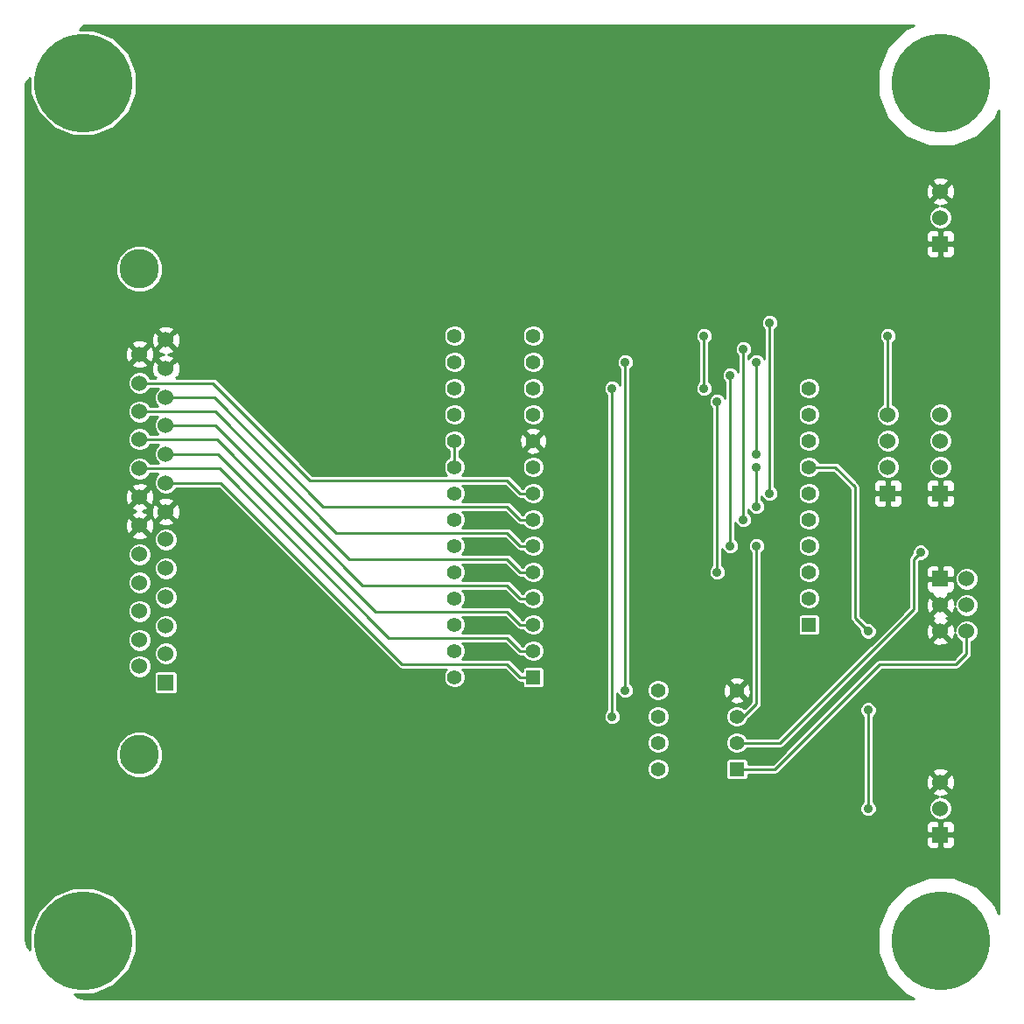
<source format=gbl>
G04 (created by PCBNEW (2013-05-31 BZR 4019)-stable) date 6/28/2014 2:43:38 PM*
%MOIN*%
G04 Gerber Fmt 3.4, Leading zero omitted, Abs format*
%FSLAX34Y34*%
G01*
G70*
G90*
G04 APERTURE LIST*
%ADD10C,0.00590551*%
%ADD11C,0.375*%
%ADD12R,0.06X0.06*%
%ADD13C,0.06*%
%ADD14C,0.15*%
%ADD15R,0.055X0.055*%
%ADD16C,0.055*%
%ADD17C,0.035*%
%ADD18C,0.01*%
G04 APERTURE END LIST*
G54D10*
G54D11*
X2362Y-2362D03*
X35039Y-2362D03*
X2362Y-35039D03*
X35039Y-35039D03*
G54D12*
X35000Y-18000D03*
G54D13*
X35000Y-17000D03*
X35000Y-16000D03*
X35000Y-15000D03*
G54D12*
X35000Y-21250D03*
G54D13*
X36000Y-21250D03*
X35000Y-22250D03*
X36000Y-22250D03*
X35000Y-23250D03*
X36000Y-23250D03*
G54D14*
X4500Y-9450D03*
X4500Y-27950D03*
G54D12*
X5500Y-25200D03*
G54D13*
X5500Y-24100D03*
X5500Y-23050D03*
X5500Y-21950D03*
X5500Y-20850D03*
X5500Y-19750D03*
X5500Y-18700D03*
X5500Y-17600D03*
X5500Y-16500D03*
X5500Y-15400D03*
X5500Y-14350D03*
X5500Y-13250D03*
X5500Y-12150D03*
X4500Y-24580D03*
X4500Y-23580D03*
X4500Y-22480D03*
X4500Y-21400D03*
X4500Y-20320D03*
X4500Y-19220D03*
X4500Y-18140D03*
X4500Y-17060D03*
X4500Y-15940D03*
X4500Y-14880D03*
X4500Y-13800D03*
X4500Y-12700D03*
G54D15*
X30000Y-23000D03*
G54D16*
X30000Y-22000D03*
X30000Y-21000D03*
X30000Y-20000D03*
X30000Y-19000D03*
X30000Y-18000D03*
X30000Y-17000D03*
X30000Y-16000D03*
X30000Y-15000D03*
X30000Y-14000D03*
G54D12*
X33000Y-18000D03*
G54D13*
X33000Y-17000D03*
X33000Y-16000D03*
X33000Y-15000D03*
G54D12*
X35000Y-8500D03*
G54D13*
X35000Y-7500D03*
X35000Y-6500D03*
G54D12*
X35000Y-31000D03*
G54D13*
X35000Y-30000D03*
X35000Y-29000D03*
G54D15*
X27250Y-28500D03*
G54D16*
X27250Y-27500D03*
X27250Y-26500D03*
X27250Y-25500D03*
X24250Y-25500D03*
X24250Y-26500D03*
X24250Y-27500D03*
X24250Y-28500D03*
X19500Y-24000D03*
X19500Y-23000D03*
X19500Y-22000D03*
X19500Y-21000D03*
X19500Y-20000D03*
X19500Y-19000D03*
X19500Y-18000D03*
X19500Y-17000D03*
X19500Y-16000D03*
X19500Y-15000D03*
X19500Y-14000D03*
X19500Y-13000D03*
X19500Y-12000D03*
G54D15*
X19500Y-25000D03*
G54D16*
X16500Y-12000D03*
X16500Y-13000D03*
X16500Y-14000D03*
X16500Y-15000D03*
X16500Y-16000D03*
X16500Y-17000D03*
X16500Y-18000D03*
X16500Y-19000D03*
X16500Y-20000D03*
X16500Y-21000D03*
X16500Y-22000D03*
X16500Y-23000D03*
X16500Y-24000D03*
X16500Y-25000D03*
G54D17*
X28500Y-11500D03*
X28500Y-18000D03*
X27500Y-12500D03*
X27500Y-19000D03*
X34250Y-20250D03*
X27000Y-13500D03*
X27000Y-20000D03*
X28000Y-20000D03*
X26000Y-14000D03*
X26000Y-12000D03*
X33000Y-12000D03*
X22500Y-14000D03*
X22500Y-26500D03*
X28000Y-16500D03*
X28000Y-13000D03*
X23000Y-13000D03*
X23000Y-25500D03*
X26500Y-14500D03*
X26500Y-21000D03*
X32250Y-23250D03*
X32250Y-26250D03*
X32250Y-30000D03*
X28000Y-17000D03*
X28000Y-18500D03*
G54D18*
X28500Y-18000D02*
X28500Y-11500D01*
X27250Y-28500D02*
X28700Y-28500D01*
X36000Y-24100D02*
X36000Y-23250D01*
X35600Y-24500D02*
X36000Y-24100D01*
X32700Y-24500D02*
X35600Y-24500D01*
X28700Y-28500D02*
X32700Y-24500D01*
X27500Y-12500D02*
X27500Y-19000D01*
X27250Y-27500D02*
X28900Y-27500D01*
X34000Y-22400D02*
X34000Y-20500D01*
X28900Y-27500D02*
X34000Y-22400D01*
X34250Y-20250D02*
X34000Y-20500D01*
X27000Y-13500D02*
X27000Y-15250D01*
X27000Y-15250D02*
X27000Y-15500D01*
X27000Y-15500D02*
X27000Y-20000D01*
X27250Y-26500D02*
X27500Y-26500D01*
X28000Y-26000D02*
X28000Y-20000D01*
X27500Y-26500D02*
X28000Y-26000D01*
X26000Y-14000D02*
X26000Y-12000D01*
X33000Y-12000D02*
X33000Y-15000D01*
X22500Y-26500D02*
X22500Y-14000D01*
X28000Y-16500D02*
X28000Y-13000D01*
X23000Y-25500D02*
X23000Y-13000D01*
X19500Y-25000D02*
X19000Y-25000D01*
X7600Y-17600D02*
X5500Y-17600D01*
X14500Y-24500D02*
X7600Y-17600D01*
X18500Y-24500D02*
X14500Y-24500D01*
X19000Y-25000D02*
X18500Y-24500D01*
X19500Y-18000D02*
X19000Y-18000D01*
X7300Y-13800D02*
X4500Y-13800D01*
X11000Y-17500D02*
X7300Y-13800D01*
X18500Y-17500D02*
X11000Y-17500D01*
X19000Y-18000D02*
X18500Y-17500D01*
X26500Y-14500D02*
X26500Y-21000D01*
X31000Y-17000D02*
X30000Y-17000D01*
X31750Y-17750D02*
X31000Y-17000D01*
X31750Y-22750D02*
X31750Y-17750D01*
X32250Y-23250D02*
X31750Y-22750D01*
X32250Y-30000D02*
X32250Y-26250D01*
X28000Y-18500D02*
X28000Y-17000D01*
X16500Y-16000D02*
X16500Y-17000D01*
X19500Y-19000D02*
X19000Y-19000D01*
X7350Y-14350D02*
X5500Y-14350D01*
X11500Y-18500D02*
X7350Y-14350D01*
X18500Y-18500D02*
X11500Y-18500D01*
X19000Y-19000D02*
X18500Y-18500D01*
X19500Y-20000D02*
X19000Y-20000D01*
X7380Y-14880D02*
X4500Y-14880D01*
X12000Y-19500D02*
X7380Y-14880D01*
X18500Y-19500D02*
X12000Y-19500D01*
X19000Y-20000D02*
X18500Y-19500D01*
X19500Y-21000D02*
X19000Y-21000D01*
X7400Y-15400D02*
X5500Y-15400D01*
X12500Y-20500D02*
X7400Y-15400D01*
X18500Y-20500D02*
X12500Y-20500D01*
X19000Y-21000D02*
X18500Y-20500D01*
X19500Y-22000D02*
X19000Y-22000D01*
X7440Y-15940D02*
X4500Y-15940D01*
X13000Y-21500D02*
X7440Y-15940D01*
X18500Y-21500D02*
X13000Y-21500D01*
X19000Y-22000D02*
X18500Y-21500D01*
X19500Y-23000D02*
X19000Y-23000D01*
X7500Y-16500D02*
X5500Y-16500D01*
X13500Y-22500D02*
X7500Y-16500D01*
X18500Y-22500D02*
X13500Y-22500D01*
X19000Y-23000D02*
X18500Y-22500D01*
X19500Y-24000D02*
X19000Y-24000D01*
X7560Y-17060D02*
X4500Y-17060D01*
X14000Y-23500D02*
X7560Y-17060D01*
X18500Y-23500D02*
X14000Y-23500D01*
X19000Y-24000D02*
X18500Y-23500D01*
G54D10*
G36*
X37231Y-33995D02*
X37096Y-33667D01*
X36450Y-33020D01*
X36450Y-23160D01*
X36450Y-22160D01*
X36450Y-21160D01*
X36381Y-20995D01*
X36255Y-20868D01*
X36089Y-20800D01*
X35910Y-20799D01*
X35745Y-20868D01*
X35618Y-20994D01*
X35554Y-21148D01*
X35554Y-6581D01*
X35543Y-6363D01*
X35481Y-6212D01*
X35385Y-6184D01*
X35315Y-6255D01*
X35315Y-6114D01*
X35287Y-6018D01*
X35081Y-5945D01*
X34863Y-5956D01*
X34712Y-6018D01*
X34684Y-6114D01*
X35000Y-6429D01*
X35315Y-6114D01*
X35315Y-6255D01*
X35070Y-6500D01*
X35385Y-6815D01*
X35481Y-6787D01*
X35554Y-6581D01*
X35554Y-21148D01*
X35550Y-21160D01*
X35550Y-21200D01*
X35550Y-20900D01*
X35550Y-18250D01*
X35550Y-17749D01*
X35550Y-8849D01*
X35550Y-8150D01*
X35512Y-8058D01*
X35450Y-7996D01*
X35450Y-7410D01*
X35381Y-7245D01*
X35255Y-7118D01*
X35089Y-7050D01*
X35013Y-7050D01*
X35136Y-7043D01*
X35287Y-6981D01*
X35315Y-6885D01*
X35000Y-6570D01*
X34929Y-6641D01*
X34929Y-6500D01*
X34614Y-6184D01*
X34518Y-6212D01*
X34445Y-6418D01*
X34456Y-6636D01*
X34518Y-6787D01*
X34614Y-6815D01*
X34929Y-6500D01*
X34929Y-6641D01*
X34684Y-6885D01*
X34712Y-6981D01*
X34907Y-7051D01*
X34745Y-7118D01*
X34618Y-7244D01*
X34550Y-7410D01*
X34549Y-7589D01*
X34618Y-7754D01*
X34744Y-7881D01*
X34910Y-7949D01*
X35089Y-7950D01*
X35254Y-7881D01*
X35381Y-7755D01*
X35449Y-7589D01*
X35450Y-7410D01*
X35450Y-7996D01*
X35441Y-7988D01*
X35349Y-7950D01*
X35250Y-7949D01*
X35112Y-7950D01*
X35050Y-8012D01*
X35050Y-8450D01*
X35487Y-8450D01*
X35550Y-8387D01*
X35550Y-8150D01*
X35550Y-8849D01*
X35550Y-8612D01*
X35487Y-8550D01*
X35050Y-8550D01*
X35050Y-8987D01*
X35112Y-9050D01*
X35250Y-9050D01*
X35349Y-9049D01*
X35441Y-9011D01*
X35512Y-8941D01*
X35550Y-8849D01*
X35550Y-17749D01*
X35549Y-17650D01*
X35511Y-17558D01*
X35450Y-17496D01*
X35450Y-16910D01*
X35450Y-15910D01*
X35450Y-14910D01*
X35381Y-14745D01*
X35255Y-14618D01*
X35089Y-14550D01*
X34950Y-14549D01*
X34950Y-8987D01*
X34950Y-8550D01*
X34950Y-8450D01*
X34950Y-8012D01*
X34887Y-7950D01*
X34749Y-7949D01*
X34650Y-7950D01*
X34558Y-7988D01*
X34487Y-8058D01*
X34449Y-8150D01*
X34450Y-8387D01*
X34512Y-8450D01*
X34950Y-8450D01*
X34950Y-8550D01*
X34512Y-8550D01*
X34450Y-8612D01*
X34449Y-8849D01*
X34487Y-8941D01*
X34558Y-9011D01*
X34650Y-9049D01*
X34749Y-9050D01*
X34887Y-9050D01*
X34950Y-8987D01*
X34950Y-14549D01*
X34910Y-14549D01*
X34745Y-14618D01*
X34618Y-14744D01*
X34550Y-14910D01*
X34549Y-15089D01*
X34618Y-15254D01*
X34744Y-15381D01*
X34910Y-15449D01*
X35089Y-15450D01*
X35254Y-15381D01*
X35381Y-15255D01*
X35449Y-15089D01*
X35450Y-14910D01*
X35450Y-15910D01*
X35381Y-15745D01*
X35255Y-15618D01*
X35089Y-15550D01*
X34910Y-15549D01*
X34745Y-15618D01*
X34618Y-15744D01*
X34550Y-15910D01*
X34549Y-16089D01*
X34618Y-16254D01*
X34744Y-16381D01*
X34910Y-16449D01*
X35089Y-16450D01*
X35254Y-16381D01*
X35381Y-16255D01*
X35449Y-16089D01*
X35450Y-15910D01*
X35450Y-16910D01*
X35381Y-16745D01*
X35255Y-16618D01*
X35089Y-16550D01*
X34910Y-16549D01*
X34745Y-16618D01*
X34618Y-16744D01*
X34550Y-16910D01*
X34549Y-17089D01*
X34618Y-17254D01*
X34744Y-17381D01*
X34910Y-17449D01*
X35089Y-17450D01*
X35254Y-17381D01*
X35381Y-17255D01*
X35449Y-17089D01*
X35450Y-16910D01*
X35450Y-17496D01*
X35441Y-17487D01*
X35349Y-17449D01*
X35112Y-17450D01*
X35050Y-17512D01*
X35050Y-17950D01*
X35487Y-17950D01*
X35550Y-17887D01*
X35550Y-17749D01*
X35550Y-18250D01*
X35550Y-18112D01*
X35487Y-18050D01*
X35050Y-18050D01*
X35050Y-18487D01*
X35112Y-18550D01*
X35349Y-18550D01*
X35441Y-18512D01*
X35511Y-18441D01*
X35549Y-18349D01*
X35550Y-18250D01*
X35550Y-20900D01*
X35512Y-20808D01*
X35441Y-20738D01*
X35349Y-20700D01*
X35250Y-20699D01*
X35112Y-20700D01*
X35050Y-20762D01*
X35050Y-21200D01*
X35487Y-21200D01*
X35550Y-21137D01*
X35550Y-20900D01*
X35550Y-21200D01*
X35549Y-21339D01*
X35618Y-21504D01*
X35744Y-21631D01*
X35910Y-21699D01*
X36089Y-21700D01*
X36254Y-21631D01*
X36381Y-21505D01*
X36449Y-21339D01*
X36450Y-21160D01*
X36450Y-22160D01*
X36381Y-21995D01*
X36255Y-21868D01*
X36089Y-21800D01*
X35910Y-21799D01*
X35745Y-21868D01*
X35618Y-21994D01*
X35550Y-22160D01*
X35550Y-22200D01*
X35550Y-21599D01*
X35550Y-21362D01*
X35487Y-21300D01*
X35050Y-21300D01*
X35050Y-21307D01*
X34950Y-21307D01*
X34950Y-21300D01*
X34950Y-21200D01*
X34950Y-20762D01*
X34950Y-18487D01*
X34950Y-18050D01*
X34950Y-17950D01*
X34950Y-17512D01*
X34887Y-17450D01*
X34650Y-17449D01*
X34558Y-17487D01*
X34488Y-17558D01*
X34450Y-17650D01*
X34449Y-17749D01*
X34450Y-17887D01*
X34512Y-17950D01*
X34950Y-17950D01*
X34950Y-18050D01*
X34512Y-18050D01*
X34450Y-18112D01*
X34449Y-18250D01*
X34450Y-18349D01*
X34488Y-18441D01*
X34558Y-18512D01*
X34650Y-18550D01*
X34887Y-18550D01*
X34950Y-18487D01*
X34950Y-20762D01*
X34887Y-20700D01*
X34749Y-20699D01*
X34650Y-20700D01*
X34575Y-20731D01*
X34575Y-20185D01*
X34525Y-20066D01*
X34434Y-19974D01*
X34314Y-19925D01*
X34185Y-19924D01*
X34066Y-19974D01*
X33974Y-20065D01*
X33925Y-20185D01*
X33924Y-20292D01*
X33858Y-20358D01*
X33815Y-20423D01*
X33800Y-20500D01*
X33800Y-22317D01*
X33550Y-22567D01*
X33550Y-18250D01*
X33550Y-17749D01*
X33549Y-17650D01*
X33511Y-17558D01*
X33450Y-17496D01*
X33450Y-16910D01*
X33450Y-15910D01*
X33450Y-14910D01*
X33381Y-14745D01*
X33255Y-14618D01*
X33200Y-14595D01*
X33200Y-12259D01*
X33275Y-12184D01*
X33324Y-12064D01*
X33325Y-11935D01*
X33275Y-11816D01*
X33184Y-11724D01*
X33064Y-11675D01*
X32935Y-11674D01*
X32816Y-11724D01*
X32724Y-11815D01*
X32675Y-11935D01*
X32674Y-12064D01*
X32724Y-12183D01*
X32800Y-12259D01*
X32800Y-14595D01*
X32745Y-14618D01*
X32618Y-14744D01*
X32550Y-14910D01*
X32549Y-15089D01*
X32618Y-15254D01*
X32744Y-15381D01*
X32910Y-15449D01*
X33089Y-15450D01*
X33254Y-15381D01*
X33381Y-15255D01*
X33449Y-15089D01*
X33450Y-14910D01*
X33450Y-15910D01*
X33381Y-15745D01*
X33255Y-15618D01*
X33089Y-15550D01*
X32910Y-15549D01*
X32745Y-15618D01*
X32618Y-15744D01*
X32550Y-15910D01*
X32549Y-16089D01*
X32618Y-16254D01*
X32744Y-16381D01*
X32910Y-16449D01*
X33089Y-16450D01*
X33254Y-16381D01*
X33381Y-16255D01*
X33449Y-16089D01*
X33450Y-15910D01*
X33450Y-16910D01*
X33381Y-16745D01*
X33255Y-16618D01*
X33089Y-16550D01*
X32910Y-16549D01*
X32745Y-16618D01*
X32618Y-16744D01*
X32550Y-16910D01*
X32549Y-17089D01*
X32618Y-17254D01*
X32744Y-17381D01*
X32910Y-17449D01*
X33089Y-17450D01*
X33254Y-17381D01*
X33381Y-17255D01*
X33449Y-17089D01*
X33450Y-16910D01*
X33450Y-17496D01*
X33441Y-17487D01*
X33349Y-17449D01*
X33112Y-17450D01*
X33050Y-17512D01*
X33050Y-17950D01*
X33487Y-17950D01*
X33550Y-17887D01*
X33550Y-17749D01*
X33550Y-18250D01*
X33550Y-18112D01*
X33487Y-18050D01*
X33050Y-18050D01*
X33050Y-18487D01*
X33112Y-18550D01*
X33349Y-18550D01*
X33441Y-18512D01*
X33511Y-18441D01*
X33549Y-18349D01*
X33550Y-18250D01*
X33550Y-22567D01*
X32950Y-23167D01*
X32950Y-18487D01*
X32950Y-18050D01*
X32950Y-17950D01*
X32950Y-17512D01*
X32887Y-17450D01*
X32650Y-17449D01*
X32558Y-17487D01*
X32488Y-17558D01*
X32450Y-17650D01*
X32449Y-17749D01*
X32450Y-17887D01*
X32512Y-17950D01*
X32950Y-17950D01*
X32950Y-18050D01*
X32512Y-18050D01*
X32450Y-18112D01*
X32449Y-18250D01*
X32450Y-18349D01*
X32488Y-18441D01*
X32558Y-18512D01*
X32650Y-18550D01*
X32887Y-18550D01*
X32950Y-18487D01*
X32950Y-23167D01*
X32575Y-23542D01*
X32575Y-23185D01*
X32525Y-23066D01*
X32434Y-22974D01*
X32314Y-22925D01*
X32207Y-22924D01*
X31950Y-22667D01*
X31950Y-17750D01*
X31949Y-17749D01*
X31934Y-17673D01*
X31934Y-17673D01*
X31920Y-17651D01*
X31891Y-17608D01*
X31891Y-17608D01*
X31141Y-16858D01*
X31076Y-16815D01*
X31000Y-16800D01*
X30425Y-16800D01*
X30425Y-15915D01*
X30425Y-14915D01*
X30425Y-13915D01*
X30360Y-13759D01*
X30241Y-13639D01*
X30084Y-13575D01*
X29915Y-13574D01*
X29759Y-13639D01*
X29639Y-13758D01*
X29575Y-13915D01*
X29574Y-14084D01*
X29639Y-14240D01*
X29758Y-14360D01*
X29915Y-14424D01*
X30084Y-14425D01*
X30240Y-14360D01*
X30360Y-14241D01*
X30424Y-14084D01*
X30425Y-13915D01*
X30425Y-14915D01*
X30360Y-14759D01*
X30241Y-14639D01*
X30084Y-14575D01*
X29915Y-14574D01*
X29759Y-14639D01*
X29639Y-14758D01*
X29575Y-14915D01*
X29574Y-15084D01*
X29639Y-15240D01*
X29758Y-15360D01*
X29915Y-15424D01*
X30084Y-15425D01*
X30240Y-15360D01*
X30360Y-15241D01*
X30424Y-15084D01*
X30425Y-14915D01*
X30425Y-15915D01*
X30360Y-15759D01*
X30241Y-15639D01*
X30084Y-15575D01*
X29915Y-15574D01*
X29759Y-15639D01*
X29639Y-15758D01*
X29575Y-15915D01*
X29574Y-16084D01*
X29639Y-16240D01*
X29758Y-16360D01*
X29915Y-16424D01*
X30084Y-16425D01*
X30240Y-16360D01*
X30360Y-16241D01*
X30424Y-16084D01*
X30425Y-15915D01*
X30425Y-16800D01*
X30377Y-16800D01*
X30360Y-16759D01*
X30241Y-16639D01*
X30084Y-16575D01*
X29915Y-16574D01*
X29759Y-16639D01*
X29639Y-16758D01*
X29575Y-16915D01*
X29574Y-17084D01*
X29639Y-17240D01*
X29758Y-17360D01*
X29915Y-17424D01*
X30084Y-17425D01*
X30240Y-17360D01*
X30360Y-17241D01*
X30377Y-17200D01*
X30917Y-17200D01*
X31550Y-17832D01*
X31550Y-22750D01*
X31565Y-22826D01*
X31608Y-22891D01*
X31925Y-23207D01*
X31924Y-23314D01*
X31974Y-23433D01*
X32065Y-23525D01*
X32185Y-23574D01*
X32314Y-23575D01*
X32433Y-23525D01*
X32525Y-23434D01*
X32574Y-23314D01*
X32575Y-23185D01*
X32575Y-23542D01*
X30425Y-25692D01*
X30425Y-21915D01*
X30425Y-20915D01*
X30425Y-19915D01*
X30425Y-18915D01*
X30425Y-17915D01*
X30360Y-17759D01*
X30241Y-17639D01*
X30084Y-17575D01*
X29915Y-17574D01*
X29759Y-17639D01*
X29639Y-17758D01*
X29575Y-17915D01*
X29574Y-18084D01*
X29639Y-18240D01*
X29758Y-18360D01*
X29915Y-18424D01*
X30084Y-18425D01*
X30240Y-18360D01*
X30360Y-18241D01*
X30424Y-18084D01*
X30425Y-17915D01*
X30425Y-18915D01*
X30360Y-18759D01*
X30241Y-18639D01*
X30084Y-18575D01*
X29915Y-18574D01*
X29759Y-18639D01*
X29639Y-18758D01*
X29575Y-18915D01*
X29574Y-19084D01*
X29639Y-19240D01*
X29758Y-19360D01*
X29915Y-19424D01*
X30084Y-19425D01*
X30240Y-19360D01*
X30360Y-19241D01*
X30424Y-19084D01*
X30425Y-18915D01*
X30425Y-19915D01*
X30360Y-19759D01*
X30241Y-19639D01*
X30084Y-19575D01*
X29915Y-19574D01*
X29759Y-19639D01*
X29639Y-19758D01*
X29575Y-19915D01*
X29574Y-20084D01*
X29639Y-20240D01*
X29758Y-20360D01*
X29915Y-20424D01*
X30084Y-20425D01*
X30240Y-20360D01*
X30360Y-20241D01*
X30424Y-20084D01*
X30425Y-19915D01*
X30425Y-20915D01*
X30360Y-20759D01*
X30241Y-20639D01*
X30084Y-20575D01*
X29915Y-20574D01*
X29759Y-20639D01*
X29639Y-20758D01*
X29575Y-20915D01*
X29574Y-21084D01*
X29639Y-21240D01*
X29758Y-21360D01*
X29915Y-21424D01*
X30084Y-21425D01*
X30240Y-21360D01*
X30360Y-21241D01*
X30424Y-21084D01*
X30425Y-20915D01*
X30425Y-21915D01*
X30360Y-21759D01*
X30241Y-21639D01*
X30084Y-21575D01*
X29915Y-21574D01*
X29759Y-21639D01*
X29639Y-21758D01*
X29575Y-21915D01*
X29574Y-22084D01*
X29639Y-22240D01*
X29758Y-22360D01*
X29915Y-22424D01*
X30084Y-22425D01*
X30240Y-22360D01*
X30360Y-22241D01*
X30424Y-22084D01*
X30425Y-21915D01*
X30425Y-25692D01*
X30425Y-25692D01*
X30425Y-23245D01*
X30425Y-22695D01*
X30402Y-22640D01*
X30360Y-22597D01*
X30304Y-22575D01*
X30245Y-22574D01*
X29695Y-22574D01*
X29640Y-22597D01*
X29597Y-22639D01*
X29575Y-22695D01*
X29574Y-22754D01*
X29574Y-23304D01*
X29597Y-23359D01*
X29639Y-23402D01*
X29695Y-23424D01*
X29754Y-23425D01*
X30304Y-23425D01*
X30359Y-23402D01*
X30402Y-23360D01*
X30424Y-23304D01*
X30425Y-23245D01*
X30425Y-25692D01*
X28825Y-27292D01*
X28825Y-17935D01*
X28775Y-17816D01*
X28700Y-17740D01*
X28700Y-11759D01*
X28775Y-11684D01*
X28824Y-11564D01*
X28825Y-11435D01*
X28775Y-11316D01*
X28684Y-11224D01*
X28564Y-11175D01*
X28435Y-11174D01*
X28316Y-11224D01*
X28224Y-11315D01*
X28175Y-11435D01*
X28174Y-11564D01*
X28224Y-11683D01*
X28300Y-11759D01*
X28300Y-12874D01*
X28275Y-12816D01*
X28184Y-12724D01*
X28064Y-12675D01*
X27935Y-12674D01*
X27816Y-12724D01*
X27724Y-12815D01*
X27700Y-12874D01*
X27700Y-12759D01*
X27775Y-12684D01*
X27824Y-12564D01*
X27825Y-12435D01*
X27775Y-12316D01*
X27684Y-12224D01*
X27564Y-12175D01*
X27435Y-12174D01*
X27316Y-12224D01*
X27224Y-12315D01*
X27175Y-12435D01*
X27174Y-12564D01*
X27224Y-12683D01*
X27300Y-12759D01*
X27300Y-13374D01*
X27275Y-13316D01*
X27184Y-13224D01*
X27064Y-13175D01*
X26935Y-13174D01*
X26816Y-13224D01*
X26724Y-13315D01*
X26675Y-13435D01*
X26674Y-13564D01*
X26724Y-13683D01*
X26800Y-13759D01*
X26800Y-14374D01*
X26775Y-14316D01*
X26684Y-14224D01*
X26564Y-14175D01*
X26435Y-14174D01*
X26325Y-14220D01*
X26325Y-13935D01*
X26275Y-13816D01*
X26200Y-13740D01*
X26200Y-12259D01*
X26275Y-12184D01*
X26324Y-12064D01*
X26325Y-11935D01*
X26275Y-11816D01*
X26184Y-11724D01*
X26064Y-11675D01*
X25935Y-11674D01*
X25816Y-11724D01*
X25724Y-11815D01*
X25675Y-11935D01*
X25674Y-12064D01*
X25724Y-12183D01*
X25800Y-12259D01*
X25800Y-13740D01*
X25724Y-13815D01*
X25675Y-13935D01*
X25674Y-14064D01*
X25724Y-14183D01*
X25815Y-14275D01*
X25935Y-14324D01*
X26064Y-14325D01*
X26183Y-14275D01*
X26275Y-14184D01*
X26324Y-14064D01*
X26325Y-13935D01*
X26325Y-14220D01*
X26316Y-14224D01*
X26224Y-14315D01*
X26175Y-14435D01*
X26174Y-14564D01*
X26224Y-14683D01*
X26300Y-14759D01*
X26300Y-20740D01*
X26224Y-20815D01*
X26175Y-20935D01*
X26174Y-21064D01*
X26224Y-21183D01*
X26315Y-21275D01*
X26435Y-21324D01*
X26564Y-21325D01*
X26683Y-21275D01*
X26775Y-21184D01*
X26824Y-21064D01*
X26825Y-20935D01*
X26775Y-20816D01*
X26700Y-20740D01*
X26700Y-20125D01*
X26724Y-20183D01*
X26815Y-20275D01*
X26935Y-20324D01*
X27064Y-20325D01*
X27183Y-20275D01*
X27275Y-20184D01*
X27324Y-20064D01*
X27325Y-19935D01*
X27275Y-19816D01*
X27200Y-19740D01*
X27200Y-19125D01*
X27224Y-19183D01*
X27315Y-19275D01*
X27435Y-19324D01*
X27564Y-19325D01*
X27683Y-19275D01*
X27775Y-19184D01*
X27824Y-19064D01*
X27825Y-18935D01*
X27775Y-18816D01*
X27700Y-18740D01*
X27700Y-18625D01*
X27724Y-18683D01*
X27815Y-18775D01*
X27935Y-18824D01*
X28064Y-18825D01*
X28183Y-18775D01*
X28275Y-18684D01*
X28324Y-18564D01*
X28325Y-18435D01*
X28275Y-18316D01*
X28200Y-18240D01*
X28200Y-18125D01*
X28224Y-18183D01*
X28315Y-18275D01*
X28435Y-18324D01*
X28564Y-18325D01*
X28683Y-18275D01*
X28775Y-18184D01*
X28824Y-18064D01*
X28825Y-17935D01*
X28825Y-27292D01*
X28817Y-27300D01*
X28325Y-27300D01*
X28325Y-19935D01*
X28275Y-19816D01*
X28184Y-19724D01*
X28064Y-19675D01*
X27935Y-19674D01*
X27816Y-19724D01*
X27724Y-19815D01*
X27675Y-19935D01*
X27674Y-20064D01*
X27724Y-20183D01*
X27800Y-20259D01*
X27800Y-25917D01*
X27779Y-25937D01*
X27779Y-25575D01*
X27768Y-25367D01*
X27710Y-25227D01*
X27617Y-25202D01*
X27547Y-25273D01*
X27547Y-25132D01*
X27522Y-25039D01*
X27325Y-24970D01*
X27117Y-24981D01*
X26977Y-25039D01*
X26952Y-25132D01*
X27250Y-25429D01*
X27547Y-25132D01*
X27547Y-25273D01*
X27320Y-25500D01*
X27617Y-25797D01*
X27710Y-25772D01*
X27779Y-25575D01*
X27779Y-25937D01*
X27547Y-26170D01*
X27547Y-25867D01*
X27250Y-25570D01*
X27179Y-25641D01*
X27179Y-25500D01*
X26882Y-25202D01*
X26789Y-25227D01*
X26720Y-25424D01*
X26731Y-25632D01*
X26789Y-25772D01*
X26882Y-25797D01*
X27179Y-25500D01*
X27179Y-25641D01*
X26952Y-25867D01*
X26977Y-25960D01*
X27174Y-26029D01*
X27382Y-26018D01*
X27522Y-25960D01*
X27547Y-25867D01*
X27547Y-26170D01*
X27534Y-26183D01*
X27491Y-26139D01*
X27334Y-26075D01*
X27165Y-26074D01*
X27009Y-26139D01*
X26889Y-26258D01*
X26825Y-26415D01*
X26824Y-26584D01*
X26889Y-26740D01*
X27008Y-26860D01*
X27165Y-26924D01*
X27334Y-26925D01*
X27490Y-26860D01*
X27610Y-26741D01*
X27658Y-26624D01*
X28141Y-26141D01*
X28184Y-26076D01*
X28184Y-26076D01*
X28187Y-26063D01*
X28199Y-26000D01*
X28200Y-26000D01*
X28200Y-20259D01*
X28275Y-20184D01*
X28324Y-20064D01*
X28325Y-19935D01*
X28325Y-27300D01*
X27627Y-27300D01*
X27610Y-27259D01*
X27491Y-27139D01*
X27334Y-27075D01*
X27165Y-27074D01*
X27009Y-27139D01*
X26889Y-27258D01*
X26825Y-27415D01*
X26824Y-27584D01*
X26889Y-27740D01*
X27008Y-27860D01*
X27165Y-27924D01*
X27334Y-27925D01*
X27490Y-27860D01*
X27610Y-27741D01*
X27627Y-27700D01*
X28900Y-27700D01*
X28976Y-27684D01*
X29041Y-27641D01*
X34141Y-22541D01*
X34141Y-22541D01*
X34170Y-22498D01*
X34184Y-22476D01*
X34184Y-22476D01*
X34199Y-22400D01*
X34200Y-22400D01*
X34200Y-20582D01*
X34207Y-20574D01*
X34314Y-20575D01*
X34433Y-20525D01*
X34525Y-20434D01*
X34574Y-20314D01*
X34575Y-20185D01*
X34575Y-20731D01*
X34558Y-20738D01*
X34487Y-20808D01*
X34449Y-20900D01*
X34450Y-21137D01*
X34512Y-21200D01*
X34950Y-21200D01*
X34950Y-21300D01*
X34512Y-21300D01*
X34450Y-21362D01*
X34449Y-21599D01*
X34487Y-21691D01*
X34558Y-21761D01*
X34650Y-21799D01*
X34703Y-21800D01*
X34684Y-21864D01*
X35000Y-22179D01*
X35315Y-21864D01*
X35296Y-21800D01*
X35349Y-21799D01*
X35441Y-21761D01*
X35512Y-21691D01*
X35550Y-21599D01*
X35550Y-22200D01*
X35550Y-22236D01*
X35543Y-22113D01*
X35481Y-21962D01*
X35385Y-21934D01*
X35070Y-22250D01*
X35385Y-22565D01*
X35481Y-22537D01*
X35551Y-22342D01*
X35618Y-22504D01*
X35744Y-22631D01*
X35910Y-22699D01*
X36089Y-22700D01*
X36254Y-22631D01*
X36381Y-22505D01*
X36449Y-22339D01*
X36450Y-22160D01*
X36450Y-23160D01*
X36381Y-22995D01*
X36255Y-22868D01*
X36089Y-22800D01*
X35910Y-22799D01*
X35745Y-22868D01*
X35618Y-22994D01*
X35550Y-23160D01*
X35550Y-23236D01*
X35543Y-23113D01*
X35481Y-22962D01*
X35385Y-22934D01*
X35315Y-23005D01*
X35315Y-22864D01*
X35287Y-22768D01*
X35239Y-22751D01*
X35287Y-22731D01*
X35315Y-22635D01*
X35000Y-22320D01*
X34929Y-22391D01*
X34929Y-22250D01*
X34614Y-21934D01*
X34518Y-21962D01*
X34445Y-22168D01*
X34456Y-22386D01*
X34518Y-22537D01*
X34614Y-22565D01*
X34929Y-22250D01*
X34929Y-22391D01*
X34684Y-22635D01*
X34712Y-22731D01*
X34760Y-22748D01*
X34712Y-22768D01*
X34684Y-22864D01*
X35000Y-23179D01*
X35315Y-22864D01*
X35315Y-23005D01*
X35070Y-23250D01*
X35385Y-23565D01*
X35481Y-23537D01*
X35551Y-23342D01*
X35618Y-23504D01*
X35744Y-23631D01*
X35800Y-23654D01*
X35800Y-24017D01*
X35517Y-24300D01*
X35315Y-24300D01*
X35315Y-23635D01*
X35000Y-23320D01*
X34929Y-23391D01*
X34929Y-23250D01*
X34614Y-22934D01*
X34518Y-22962D01*
X34445Y-23168D01*
X34456Y-23386D01*
X34518Y-23537D01*
X34614Y-23565D01*
X34929Y-23250D01*
X34929Y-23391D01*
X34684Y-23635D01*
X34712Y-23731D01*
X34918Y-23804D01*
X35136Y-23793D01*
X35287Y-23731D01*
X35315Y-23635D01*
X35315Y-24300D01*
X32700Y-24300D01*
X32623Y-24315D01*
X32601Y-24329D01*
X32558Y-24358D01*
X28617Y-28300D01*
X27675Y-28300D01*
X27675Y-28195D01*
X27652Y-28140D01*
X27610Y-28097D01*
X27554Y-28075D01*
X27495Y-28074D01*
X26945Y-28074D01*
X26890Y-28097D01*
X26847Y-28139D01*
X26825Y-28195D01*
X26824Y-28254D01*
X26824Y-28804D01*
X26847Y-28859D01*
X26889Y-28902D01*
X26945Y-28924D01*
X27004Y-28925D01*
X27554Y-28925D01*
X27609Y-28902D01*
X27652Y-28860D01*
X27674Y-28804D01*
X27675Y-28745D01*
X27675Y-28700D01*
X28700Y-28700D01*
X28776Y-28684D01*
X28841Y-28641D01*
X32782Y-24700D01*
X35600Y-24700D01*
X35676Y-24684D01*
X35741Y-24641D01*
X36141Y-24241D01*
X36141Y-24241D01*
X36170Y-24198D01*
X36184Y-24176D01*
X36184Y-24176D01*
X36199Y-24100D01*
X36200Y-24100D01*
X36200Y-23654D01*
X36254Y-23631D01*
X36381Y-23505D01*
X36449Y-23339D01*
X36450Y-23160D01*
X36450Y-33020D01*
X36414Y-32984D01*
X35554Y-32627D01*
X35554Y-29081D01*
X35543Y-28863D01*
X35481Y-28712D01*
X35385Y-28684D01*
X35315Y-28755D01*
X35315Y-28614D01*
X35287Y-28518D01*
X35081Y-28445D01*
X34863Y-28456D01*
X34712Y-28518D01*
X34684Y-28614D01*
X35000Y-28929D01*
X35315Y-28614D01*
X35315Y-28755D01*
X35070Y-29000D01*
X35385Y-29315D01*
X35481Y-29287D01*
X35554Y-29081D01*
X35554Y-32627D01*
X35550Y-32625D01*
X35550Y-31349D01*
X35550Y-30650D01*
X35512Y-30558D01*
X35450Y-30496D01*
X35450Y-29910D01*
X35381Y-29745D01*
X35255Y-29618D01*
X35089Y-29550D01*
X35013Y-29550D01*
X35136Y-29543D01*
X35287Y-29481D01*
X35315Y-29385D01*
X35000Y-29070D01*
X34929Y-29141D01*
X34929Y-29000D01*
X34614Y-28684D01*
X34518Y-28712D01*
X34445Y-28918D01*
X34456Y-29136D01*
X34518Y-29287D01*
X34614Y-29315D01*
X34929Y-29000D01*
X34929Y-29141D01*
X34684Y-29385D01*
X34712Y-29481D01*
X34907Y-29551D01*
X34745Y-29618D01*
X34618Y-29744D01*
X34550Y-29910D01*
X34549Y-30089D01*
X34618Y-30254D01*
X34744Y-30381D01*
X34910Y-30449D01*
X35089Y-30450D01*
X35254Y-30381D01*
X35381Y-30255D01*
X35449Y-30089D01*
X35450Y-29910D01*
X35450Y-30496D01*
X35441Y-30488D01*
X35349Y-30450D01*
X35250Y-30449D01*
X35112Y-30450D01*
X35050Y-30512D01*
X35050Y-30950D01*
X35487Y-30950D01*
X35550Y-30887D01*
X35550Y-30650D01*
X35550Y-31349D01*
X35550Y-31112D01*
X35487Y-31050D01*
X35050Y-31050D01*
X35050Y-31487D01*
X35112Y-31550D01*
X35250Y-31550D01*
X35349Y-31549D01*
X35441Y-31511D01*
X35512Y-31441D01*
X35550Y-31349D01*
X35550Y-32625D01*
X35523Y-32614D01*
X34950Y-32614D01*
X34950Y-31487D01*
X34950Y-31050D01*
X34950Y-30950D01*
X34950Y-30512D01*
X34887Y-30450D01*
X34749Y-30449D01*
X34650Y-30450D01*
X34558Y-30488D01*
X34487Y-30558D01*
X34449Y-30650D01*
X34450Y-30887D01*
X34512Y-30950D01*
X34950Y-30950D01*
X34950Y-31050D01*
X34512Y-31050D01*
X34450Y-31112D01*
X34449Y-31349D01*
X34487Y-31441D01*
X34558Y-31511D01*
X34650Y-31549D01*
X34749Y-31550D01*
X34887Y-31550D01*
X34950Y-31487D01*
X34950Y-32614D01*
X34559Y-32613D01*
X33667Y-32982D01*
X32984Y-33663D01*
X32614Y-34554D01*
X32613Y-35519D01*
X32982Y-36411D01*
X33663Y-37093D01*
X33996Y-37231D01*
X32575Y-37231D01*
X32575Y-29935D01*
X32525Y-29816D01*
X32450Y-29740D01*
X32450Y-26509D01*
X32525Y-26434D01*
X32574Y-26314D01*
X32575Y-26185D01*
X32525Y-26066D01*
X32434Y-25974D01*
X32314Y-25925D01*
X32185Y-25924D01*
X32066Y-25974D01*
X31974Y-26065D01*
X31925Y-26185D01*
X31924Y-26314D01*
X31974Y-26433D01*
X32050Y-26509D01*
X32050Y-29740D01*
X31974Y-29815D01*
X31925Y-29935D01*
X31924Y-30064D01*
X31974Y-30183D01*
X32065Y-30275D01*
X32185Y-30324D01*
X32314Y-30325D01*
X32433Y-30275D01*
X32525Y-30184D01*
X32574Y-30064D01*
X32575Y-29935D01*
X32575Y-37231D01*
X24675Y-37231D01*
X24675Y-28415D01*
X24675Y-27415D01*
X24675Y-26415D01*
X24675Y-25415D01*
X24610Y-25259D01*
X24491Y-25139D01*
X24334Y-25075D01*
X24165Y-25074D01*
X24009Y-25139D01*
X23889Y-25258D01*
X23825Y-25415D01*
X23824Y-25584D01*
X23889Y-25740D01*
X24008Y-25860D01*
X24165Y-25924D01*
X24334Y-25925D01*
X24490Y-25860D01*
X24610Y-25741D01*
X24674Y-25584D01*
X24675Y-25415D01*
X24675Y-26415D01*
X24610Y-26259D01*
X24491Y-26139D01*
X24334Y-26075D01*
X24165Y-26074D01*
X24009Y-26139D01*
X23889Y-26258D01*
X23825Y-26415D01*
X23824Y-26584D01*
X23889Y-26740D01*
X24008Y-26860D01*
X24165Y-26924D01*
X24334Y-26925D01*
X24490Y-26860D01*
X24610Y-26741D01*
X24674Y-26584D01*
X24675Y-26415D01*
X24675Y-27415D01*
X24610Y-27259D01*
X24491Y-27139D01*
X24334Y-27075D01*
X24165Y-27074D01*
X24009Y-27139D01*
X23889Y-27258D01*
X23825Y-27415D01*
X23824Y-27584D01*
X23889Y-27740D01*
X24008Y-27860D01*
X24165Y-27924D01*
X24334Y-27925D01*
X24490Y-27860D01*
X24610Y-27741D01*
X24674Y-27584D01*
X24675Y-27415D01*
X24675Y-28415D01*
X24610Y-28259D01*
X24491Y-28139D01*
X24334Y-28075D01*
X24165Y-28074D01*
X24009Y-28139D01*
X23889Y-28258D01*
X23825Y-28415D01*
X23824Y-28584D01*
X23889Y-28740D01*
X24008Y-28860D01*
X24165Y-28924D01*
X24334Y-28925D01*
X24490Y-28860D01*
X24610Y-28741D01*
X24674Y-28584D01*
X24675Y-28415D01*
X24675Y-37231D01*
X23325Y-37231D01*
X23325Y-25435D01*
X23275Y-25316D01*
X23200Y-25240D01*
X23200Y-13259D01*
X23275Y-13184D01*
X23324Y-13064D01*
X23325Y-12935D01*
X23275Y-12816D01*
X23184Y-12724D01*
X23064Y-12675D01*
X22935Y-12674D01*
X22816Y-12724D01*
X22724Y-12815D01*
X22675Y-12935D01*
X22674Y-13064D01*
X22724Y-13183D01*
X22800Y-13259D01*
X22800Y-13874D01*
X22775Y-13816D01*
X22684Y-13724D01*
X22564Y-13675D01*
X22435Y-13674D01*
X22316Y-13724D01*
X22224Y-13815D01*
X22175Y-13935D01*
X22174Y-14064D01*
X22224Y-14183D01*
X22300Y-14259D01*
X22300Y-26240D01*
X22224Y-26315D01*
X22175Y-26435D01*
X22174Y-26564D01*
X22224Y-26683D01*
X22315Y-26775D01*
X22435Y-26824D01*
X22564Y-26825D01*
X22683Y-26775D01*
X22775Y-26684D01*
X22824Y-26564D01*
X22825Y-26435D01*
X22775Y-26316D01*
X22700Y-26240D01*
X22700Y-25625D01*
X22724Y-25683D01*
X22815Y-25775D01*
X22935Y-25824D01*
X23064Y-25825D01*
X23183Y-25775D01*
X23275Y-25684D01*
X23324Y-25564D01*
X23325Y-25435D01*
X23325Y-37231D01*
X20029Y-37231D01*
X20029Y-16075D01*
X20018Y-15867D01*
X19960Y-15727D01*
X19925Y-15717D01*
X19925Y-14915D01*
X19925Y-13915D01*
X19925Y-12915D01*
X19925Y-11915D01*
X19860Y-11759D01*
X19741Y-11639D01*
X19584Y-11575D01*
X19415Y-11574D01*
X19259Y-11639D01*
X19139Y-11758D01*
X19075Y-11915D01*
X19074Y-12084D01*
X19139Y-12240D01*
X19258Y-12360D01*
X19415Y-12424D01*
X19584Y-12425D01*
X19740Y-12360D01*
X19860Y-12241D01*
X19924Y-12084D01*
X19925Y-11915D01*
X19925Y-12915D01*
X19860Y-12759D01*
X19741Y-12639D01*
X19584Y-12575D01*
X19415Y-12574D01*
X19259Y-12639D01*
X19139Y-12758D01*
X19075Y-12915D01*
X19074Y-13084D01*
X19139Y-13240D01*
X19258Y-13360D01*
X19415Y-13424D01*
X19584Y-13425D01*
X19740Y-13360D01*
X19860Y-13241D01*
X19924Y-13084D01*
X19925Y-12915D01*
X19925Y-13915D01*
X19860Y-13759D01*
X19741Y-13639D01*
X19584Y-13575D01*
X19415Y-13574D01*
X19259Y-13639D01*
X19139Y-13758D01*
X19075Y-13915D01*
X19074Y-14084D01*
X19139Y-14240D01*
X19258Y-14360D01*
X19415Y-14424D01*
X19584Y-14425D01*
X19740Y-14360D01*
X19860Y-14241D01*
X19924Y-14084D01*
X19925Y-13915D01*
X19925Y-14915D01*
X19860Y-14759D01*
X19741Y-14639D01*
X19584Y-14575D01*
X19415Y-14574D01*
X19259Y-14639D01*
X19139Y-14758D01*
X19075Y-14915D01*
X19074Y-15084D01*
X19139Y-15240D01*
X19258Y-15360D01*
X19415Y-15424D01*
X19584Y-15425D01*
X19740Y-15360D01*
X19860Y-15241D01*
X19924Y-15084D01*
X19925Y-14915D01*
X19925Y-15717D01*
X19867Y-15702D01*
X19797Y-15773D01*
X19797Y-15632D01*
X19772Y-15539D01*
X19575Y-15470D01*
X19367Y-15481D01*
X19227Y-15539D01*
X19202Y-15632D01*
X19500Y-15929D01*
X19797Y-15632D01*
X19797Y-15773D01*
X19570Y-16000D01*
X19867Y-16297D01*
X19960Y-16272D01*
X20029Y-16075D01*
X20029Y-37231D01*
X19925Y-37231D01*
X19925Y-23915D01*
X19860Y-23759D01*
X19741Y-23639D01*
X19584Y-23575D01*
X19415Y-23574D01*
X19259Y-23639D01*
X19139Y-23758D01*
X19122Y-23800D01*
X19082Y-23800D01*
X18641Y-23358D01*
X18576Y-23315D01*
X18500Y-23300D01*
X16801Y-23300D01*
X16860Y-23241D01*
X16924Y-23084D01*
X16925Y-22915D01*
X16860Y-22759D01*
X16801Y-22700D01*
X18417Y-22700D01*
X18858Y-23141D01*
X18923Y-23184D01*
X18923Y-23184D01*
X18936Y-23187D01*
X19000Y-23200D01*
X19122Y-23200D01*
X19139Y-23240D01*
X19258Y-23360D01*
X19415Y-23424D01*
X19584Y-23425D01*
X19740Y-23360D01*
X19860Y-23241D01*
X19924Y-23084D01*
X19925Y-22915D01*
X19860Y-22759D01*
X19741Y-22639D01*
X19584Y-22575D01*
X19415Y-22574D01*
X19259Y-22639D01*
X19139Y-22758D01*
X19122Y-22800D01*
X19082Y-22800D01*
X18641Y-22358D01*
X18576Y-22315D01*
X18500Y-22300D01*
X16801Y-22300D01*
X16860Y-22241D01*
X16924Y-22084D01*
X16925Y-21915D01*
X16860Y-21759D01*
X16801Y-21700D01*
X18417Y-21700D01*
X18858Y-22141D01*
X18923Y-22184D01*
X18923Y-22184D01*
X18936Y-22187D01*
X19000Y-22200D01*
X19122Y-22200D01*
X19139Y-22240D01*
X19258Y-22360D01*
X19415Y-22424D01*
X19584Y-22425D01*
X19740Y-22360D01*
X19860Y-22241D01*
X19924Y-22084D01*
X19925Y-21915D01*
X19860Y-21759D01*
X19741Y-21639D01*
X19584Y-21575D01*
X19415Y-21574D01*
X19259Y-21639D01*
X19139Y-21758D01*
X19122Y-21800D01*
X19082Y-21800D01*
X18641Y-21358D01*
X18576Y-21315D01*
X18500Y-21300D01*
X16801Y-21300D01*
X16860Y-21241D01*
X16924Y-21084D01*
X16925Y-20915D01*
X16860Y-20759D01*
X16801Y-20700D01*
X18417Y-20700D01*
X18858Y-21141D01*
X18923Y-21184D01*
X18923Y-21184D01*
X18936Y-21187D01*
X19000Y-21200D01*
X19122Y-21200D01*
X19139Y-21240D01*
X19258Y-21360D01*
X19415Y-21424D01*
X19584Y-21425D01*
X19740Y-21360D01*
X19860Y-21241D01*
X19924Y-21084D01*
X19925Y-20915D01*
X19860Y-20759D01*
X19741Y-20639D01*
X19584Y-20575D01*
X19415Y-20574D01*
X19259Y-20639D01*
X19139Y-20758D01*
X19122Y-20800D01*
X19082Y-20800D01*
X18641Y-20358D01*
X18576Y-20315D01*
X18500Y-20300D01*
X16801Y-20300D01*
X16860Y-20241D01*
X16924Y-20084D01*
X16925Y-19915D01*
X16860Y-19759D01*
X16801Y-19700D01*
X18417Y-19700D01*
X18858Y-20141D01*
X18923Y-20184D01*
X18923Y-20184D01*
X18936Y-20187D01*
X19000Y-20200D01*
X19122Y-20200D01*
X19139Y-20240D01*
X19258Y-20360D01*
X19415Y-20424D01*
X19584Y-20425D01*
X19740Y-20360D01*
X19860Y-20241D01*
X19924Y-20084D01*
X19925Y-19915D01*
X19860Y-19759D01*
X19741Y-19639D01*
X19584Y-19575D01*
X19415Y-19574D01*
X19259Y-19639D01*
X19139Y-19758D01*
X19122Y-19800D01*
X19082Y-19800D01*
X18641Y-19358D01*
X18576Y-19315D01*
X18500Y-19300D01*
X16801Y-19300D01*
X16860Y-19241D01*
X16924Y-19084D01*
X16925Y-18915D01*
X16860Y-18759D01*
X16801Y-18700D01*
X18417Y-18700D01*
X18858Y-19141D01*
X18923Y-19184D01*
X18923Y-19184D01*
X18936Y-19187D01*
X19000Y-19200D01*
X19122Y-19200D01*
X19139Y-19240D01*
X19258Y-19360D01*
X19415Y-19424D01*
X19584Y-19425D01*
X19740Y-19360D01*
X19860Y-19241D01*
X19924Y-19084D01*
X19925Y-18915D01*
X19860Y-18759D01*
X19741Y-18639D01*
X19584Y-18575D01*
X19415Y-18574D01*
X19259Y-18639D01*
X19139Y-18758D01*
X19122Y-18800D01*
X19082Y-18800D01*
X18641Y-18358D01*
X18576Y-18315D01*
X18500Y-18300D01*
X16801Y-18300D01*
X16860Y-18241D01*
X16924Y-18084D01*
X16925Y-17915D01*
X16860Y-17759D01*
X16801Y-17700D01*
X18417Y-17700D01*
X18858Y-18141D01*
X18923Y-18184D01*
X18923Y-18184D01*
X18936Y-18187D01*
X19000Y-18200D01*
X19122Y-18200D01*
X19139Y-18240D01*
X19258Y-18360D01*
X19415Y-18424D01*
X19584Y-18425D01*
X19740Y-18360D01*
X19860Y-18241D01*
X19924Y-18084D01*
X19925Y-17915D01*
X19925Y-16915D01*
X19860Y-16759D01*
X19797Y-16696D01*
X19797Y-16367D01*
X19500Y-16070D01*
X19429Y-16141D01*
X19429Y-16000D01*
X19132Y-15702D01*
X19039Y-15727D01*
X18970Y-15924D01*
X18981Y-16132D01*
X19039Y-16272D01*
X19132Y-16297D01*
X19429Y-16000D01*
X19429Y-16141D01*
X19202Y-16367D01*
X19227Y-16460D01*
X19424Y-16529D01*
X19632Y-16518D01*
X19772Y-16460D01*
X19797Y-16367D01*
X19797Y-16696D01*
X19741Y-16639D01*
X19584Y-16575D01*
X19415Y-16574D01*
X19259Y-16639D01*
X19139Y-16758D01*
X19075Y-16915D01*
X19074Y-17084D01*
X19139Y-17240D01*
X19258Y-17360D01*
X19415Y-17424D01*
X19584Y-17425D01*
X19740Y-17360D01*
X19860Y-17241D01*
X19924Y-17084D01*
X19925Y-16915D01*
X19925Y-17915D01*
X19860Y-17759D01*
X19741Y-17639D01*
X19584Y-17575D01*
X19415Y-17574D01*
X19259Y-17639D01*
X19139Y-17758D01*
X19122Y-17800D01*
X19082Y-17800D01*
X18641Y-17358D01*
X18576Y-17315D01*
X18500Y-17300D01*
X16801Y-17300D01*
X16860Y-17241D01*
X16924Y-17084D01*
X16925Y-16915D01*
X16860Y-16759D01*
X16741Y-16639D01*
X16700Y-16622D01*
X16700Y-16377D01*
X16740Y-16360D01*
X16860Y-16241D01*
X16924Y-16084D01*
X16925Y-15915D01*
X16925Y-14915D01*
X16925Y-13915D01*
X16925Y-12915D01*
X16925Y-11915D01*
X16860Y-11759D01*
X16741Y-11639D01*
X16584Y-11575D01*
X16415Y-11574D01*
X16259Y-11639D01*
X16139Y-11758D01*
X16075Y-11915D01*
X16074Y-12084D01*
X16139Y-12240D01*
X16258Y-12360D01*
X16415Y-12424D01*
X16584Y-12425D01*
X16740Y-12360D01*
X16860Y-12241D01*
X16924Y-12084D01*
X16925Y-11915D01*
X16925Y-12915D01*
X16860Y-12759D01*
X16741Y-12639D01*
X16584Y-12575D01*
X16415Y-12574D01*
X16259Y-12639D01*
X16139Y-12758D01*
X16075Y-12915D01*
X16074Y-13084D01*
X16139Y-13240D01*
X16258Y-13360D01*
X16415Y-13424D01*
X16584Y-13425D01*
X16740Y-13360D01*
X16860Y-13241D01*
X16924Y-13084D01*
X16925Y-12915D01*
X16925Y-13915D01*
X16860Y-13759D01*
X16741Y-13639D01*
X16584Y-13575D01*
X16415Y-13574D01*
X16259Y-13639D01*
X16139Y-13758D01*
X16075Y-13915D01*
X16074Y-14084D01*
X16139Y-14240D01*
X16258Y-14360D01*
X16415Y-14424D01*
X16584Y-14425D01*
X16740Y-14360D01*
X16860Y-14241D01*
X16924Y-14084D01*
X16925Y-13915D01*
X16925Y-14915D01*
X16860Y-14759D01*
X16741Y-14639D01*
X16584Y-14575D01*
X16415Y-14574D01*
X16259Y-14639D01*
X16139Y-14758D01*
X16075Y-14915D01*
X16074Y-15084D01*
X16139Y-15240D01*
X16258Y-15360D01*
X16415Y-15424D01*
X16584Y-15425D01*
X16740Y-15360D01*
X16860Y-15241D01*
X16924Y-15084D01*
X16925Y-14915D01*
X16925Y-15915D01*
X16860Y-15759D01*
X16741Y-15639D01*
X16584Y-15575D01*
X16415Y-15574D01*
X16259Y-15639D01*
X16139Y-15758D01*
X16075Y-15915D01*
X16074Y-16084D01*
X16139Y-16240D01*
X16258Y-16360D01*
X16300Y-16377D01*
X16300Y-16622D01*
X16259Y-16639D01*
X16139Y-16758D01*
X16075Y-16915D01*
X16074Y-17084D01*
X16139Y-17240D01*
X16198Y-17300D01*
X11082Y-17300D01*
X7442Y-13659D01*
X7377Y-13616D01*
X7300Y-13600D01*
X6054Y-13600D01*
X5920Y-13600D01*
X5885Y-13565D01*
X5981Y-13538D01*
X6054Y-13332D01*
X6054Y-12232D01*
X6043Y-12014D01*
X5981Y-11862D01*
X5885Y-11835D01*
X5815Y-11906D01*
X5815Y-11764D01*
X5787Y-11669D01*
X5581Y-11596D01*
X5400Y-11605D01*
X5400Y-9272D01*
X5263Y-8941D01*
X5010Y-8688D01*
X4679Y-8550D01*
X4321Y-8550D01*
X3990Y-8687D01*
X3737Y-8940D01*
X3600Y-9270D01*
X3599Y-9629D01*
X3736Y-9959D01*
X3989Y-10213D01*
X4320Y-10350D01*
X4678Y-10350D01*
X5009Y-10214D01*
X5262Y-9961D01*
X5399Y-9630D01*
X5400Y-9272D01*
X5400Y-11605D01*
X5363Y-11606D01*
X5212Y-11669D01*
X5184Y-11764D01*
X5500Y-12080D01*
X5815Y-11764D01*
X5815Y-11906D01*
X5570Y-12150D01*
X5885Y-12465D01*
X5981Y-12438D01*
X6054Y-12232D01*
X6054Y-13332D01*
X6043Y-13114D01*
X5981Y-12962D01*
X5885Y-12935D01*
X5815Y-13006D01*
X5815Y-12864D01*
X5787Y-12769D01*
X5585Y-12697D01*
X5636Y-12694D01*
X5787Y-12632D01*
X5815Y-12536D01*
X5500Y-12221D01*
X5429Y-12292D01*
X5429Y-12150D01*
X5114Y-11835D01*
X5018Y-11862D01*
X4945Y-12069D01*
X4956Y-12287D01*
X5018Y-12438D01*
X5114Y-12465D01*
X5429Y-12150D01*
X5429Y-12292D01*
X5184Y-12536D01*
X5212Y-12632D01*
X5414Y-12704D01*
X5363Y-12706D01*
X5212Y-12769D01*
X5184Y-12864D01*
X5500Y-13180D01*
X5815Y-12864D01*
X5815Y-13006D01*
X5570Y-13250D01*
X5576Y-13256D01*
X5505Y-13327D01*
X5500Y-13321D01*
X5494Y-13327D01*
X5429Y-13261D01*
X5423Y-13256D01*
X5429Y-13250D01*
X5114Y-12935D01*
X5054Y-12952D01*
X5054Y-12782D01*
X5043Y-12564D01*
X4981Y-12412D01*
X4885Y-12385D01*
X4815Y-12456D01*
X4815Y-12314D01*
X4787Y-12219D01*
X4581Y-12146D01*
X4363Y-12156D01*
X4212Y-12219D01*
X4184Y-12314D01*
X4500Y-12630D01*
X4815Y-12314D01*
X4815Y-12456D01*
X4570Y-12700D01*
X4885Y-13015D01*
X4981Y-12988D01*
X5054Y-12782D01*
X5054Y-12952D01*
X5018Y-12962D01*
X4945Y-13169D01*
X4956Y-13387D01*
X5018Y-13538D01*
X5114Y-13565D01*
X5079Y-13600D01*
X4904Y-13600D01*
X4881Y-13546D01*
X4815Y-13479D01*
X4815Y-13086D01*
X4500Y-12771D01*
X4429Y-12842D01*
X4429Y-12700D01*
X4114Y-12385D01*
X4018Y-12412D01*
X3945Y-12619D01*
X3956Y-12837D01*
X4018Y-12988D01*
X4114Y-13015D01*
X4429Y-12700D01*
X4429Y-12842D01*
X4184Y-13086D01*
X4212Y-13182D01*
X4418Y-13255D01*
X4636Y-13244D01*
X4787Y-13182D01*
X4815Y-13086D01*
X4815Y-13479D01*
X4755Y-13419D01*
X4589Y-13350D01*
X4410Y-13350D01*
X4245Y-13419D01*
X4118Y-13545D01*
X4050Y-13710D01*
X4049Y-13889D01*
X4118Y-14055D01*
X4244Y-14182D01*
X4410Y-14250D01*
X4589Y-14250D01*
X4754Y-14182D01*
X4881Y-14056D01*
X4904Y-14000D01*
X5213Y-14000D01*
X5118Y-14095D01*
X5050Y-14260D01*
X5049Y-14439D01*
X5118Y-14605D01*
X5193Y-14680D01*
X4904Y-14680D01*
X4881Y-14626D01*
X4755Y-14499D01*
X4589Y-14430D01*
X4410Y-14430D01*
X4245Y-14499D01*
X4118Y-14625D01*
X4050Y-14790D01*
X4049Y-14969D01*
X4118Y-15135D01*
X4244Y-15262D01*
X4410Y-15330D01*
X4589Y-15330D01*
X4754Y-15262D01*
X4881Y-15136D01*
X4904Y-15080D01*
X5183Y-15080D01*
X5118Y-15145D01*
X5050Y-15310D01*
X5049Y-15489D01*
X5118Y-15655D01*
X5203Y-15740D01*
X4904Y-15740D01*
X4881Y-15686D01*
X4755Y-15559D01*
X4589Y-15490D01*
X4410Y-15490D01*
X4245Y-15559D01*
X4118Y-15685D01*
X4050Y-15850D01*
X4049Y-16029D01*
X4118Y-16195D01*
X4244Y-16322D01*
X4410Y-16390D01*
X4589Y-16390D01*
X4754Y-16322D01*
X4881Y-16196D01*
X4904Y-16140D01*
X5223Y-16140D01*
X5118Y-16245D01*
X5050Y-16410D01*
X5049Y-16589D01*
X5118Y-16755D01*
X5223Y-16860D01*
X4904Y-16860D01*
X4881Y-16806D01*
X4755Y-16679D01*
X4589Y-16610D01*
X4410Y-16610D01*
X4245Y-16679D01*
X4118Y-16805D01*
X4050Y-16970D01*
X4049Y-17149D01*
X4118Y-17315D01*
X4244Y-17442D01*
X4410Y-17510D01*
X4589Y-17510D01*
X4754Y-17442D01*
X4881Y-17316D01*
X4904Y-17260D01*
X5203Y-17260D01*
X5118Y-17345D01*
X5050Y-17510D01*
X5049Y-17689D01*
X5118Y-17855D01*
X5244Y-17982D01*
X5410Y-18050D01*
X5589Y-18050D01*
X5754Y-17982D01*
X5881Y-17856D01*
X5904Y-17800D01*
X7517Y-17800D01*
X14358Y-24641D01*
X14358Y-24641D01*
X14401Y-24670D01*
X14423Y-24684D01*
X14423Y-24684D01*
X14500Y-24700D01*
X16198Y-24700D01*
X16139Y-24758D01*
X16075Y-24915D01*
X16074Y-25084D01*
X16139Y-25240D01*
X16258Y-25360D01*
X16415Y-25424D01*
X16584Y-25425D01*
X16740Y-25360D01*
X16860Y-25241D01*
X16924Y-25084D01*
X16925Y-24915D01*
X16860Y-24759D01*
X16801Y-24700D01*
X18417Y-24700D01*
X18858Y-25141D01*
X18923Y-25184D01*
X18923Y-25184D01*
X18936Y-25187D01*
X19000Y-25200D01*
X19074Y-25200D01*
X19074Y-25304D01*
X19097Y-25359D01*
X19139Y-25402D01*
X19195Y-25424D01*
X19254Y-25425D01*
X19804Y-25425D01*
X19859Y-25402D01*
X19902Y-25360D01*
X19924Y-25304D01*
X19925Y-25245D01*
X19925Y-24695D01*
X19902Y-24640D01*
X19860Y-24597D01*
X19804Y-24575D01*
X19745Y-24574D01*
X19195Y-24574D01*
X19140Y-24597D01*
X19097Y-24639D01*
X19075Y-24695D01*
X19074Y-24754D01*
X19074Y-24792D01*
X18641Y-24358D01*
X18576Y-24315D01*
X18500Y-24300D01*
X16801Y-24300D01*
X16860Y-24241D01*
X16924Y-24084D01*
X16925Y-23915D01*
X16860Y-23759D01*
X16801Y-23700D01*
X18417Y-23700D01*
X18858Y-24141D01*
X18923Y-24184D01*
X18923Y-24184D01*
X18936Y-24187D01*
X19000Y-24200D01*
X19122Y-24200D01*
X19139Y-24240D01*
X19258Y-24360D01*
X19415Y-24424D01*
X19584Y-24425D01*
X19740Y-24360D01*
X19860Y-24241D01*
X19924Y-24084D01*
X19925Y-23915D01*
X19925Y-37231D01*
X6054Y-37231D01*
X6054Y-18782D01*
X6043Y-18564D01*
X5981Y-18412D01*
X5885Y-18385D01*
X5815Y-18456D01*
X5815Y-18314D01*
X5787Y-18219D01*
X5581Y-18146D01*
X5363Y-18156D01*
X5212Y-18219D01*
X5184Y-18314D01*
X5500Y-18630D01*
X5815Y-18314D01*
X5815Y-18456D01*
X5570Y-18700D01*
X5885Y-19015D01*
X5981Y-18988D01*
X6054Y-18782D01*
X6054Y-37231D01*
X5950Y-37231D01*
X5950Y-24011D01*
X5950Y-22961D01*
X5950Y-21861D01*
X5950Y-20761D01*
X5950Y-19661D01*
X5881Y-19496D01*
X5815Y-19429D01*
X5815Y-19086D01*
X5500Y-18771D01*
X5429Y-18842D01*
X5429Y-18700D01*
X5114Y-18385D01*
X5054Y-18402D01*
X5054Y-18222D01*
X5043Y-18004D01*
X4981Y-17852D01*
X4885Y-17825D01*
X4815Y-17896D01*
X4815Y-17754D01*
X4787Y-17659D01*
X4581Y-17586D01*
X4363Y-17596D01*
X4212Y-17659D01*
X4184Y-17754D01*
X4500Y-18070D01*
X4815Y-17754D01*
X4815Y-17896D01*
X4570Y-18140D01*
X4885Y-18455D01*
X4981Y-18428D01*
X5054Y-18222D01*
X5054Y-18402D01*
X5018Y-18412D01*
X4945Y-18619D01*
X4956Y-18837D01*
X5018Y-18988D01*
X5114Y-19015D01*
X5429Y-18700D01*
X5429Y-18842D01*
X5184Y-19086D01*
X5212Y-19182D01*
X5418Y-19255D01*
X5636Y-19244D01*
X5787Y-19182D01*
X5815Y-19086D01*
X5815Y-19429D01*
X5755Y-19369D01*
X5589Y-19300D01*
X5410Y-19300D01*
X5245Y-19369D01*
X5118Y-19495D01*
X5054Y-19649D01*
X5054Y-19302D01*
X5043Y-19084D01*
X4981Y-18932D01*
X4885Y-18905D01*
X4815Y-18976D01*
X4815Y-18834D01*
X4787Y-18739D01*
X4634Y-18684D01*
X4636Y-18684D01*
X4787Y-18622D01*
X4815Y-18526D01*
X4500Y-18211D01*
X4429Y-18282D01*
X4429Y-18140D01*
X4114Y-17825D01*
X4018Y-17852D01*
X3945Y-18059D01*
X3956Y-18277D01*
X4018Y-18428D01*
X4114Y-18455D01*
X4429Y-18140D01*
X4429Y-18282D01*
X4184Y-18526D01*
X4212Y-18622D01*
X4365Y-18676D01*
X4363Y-18676D01*
X4212Y-18739D01*
X4184Y-18834D01*
X4500Y-19150D01*
X4815Y-18834D01*
X4815Y-18976D01*
X4570Y-19220D01*
X4885Y-19535D01*
X4981Y-19508D01*
X5054Y-19302D01*
X5054Y-19649D01*
X5050Y-19660D01*
X5049Y-19839D01*
X5118Y-20005D01*
X5244Y-20132D01*
X5410Y-20200D01*
X5589Y-20200D01*
X5754Y-20132D01*
X5881Y-20006D01*
X5949Y-19840D01*
X5950Y-19661D01*
X5950Y-20761D01*
X5881Y-20596D01*
X5755Y-20469D01*
X5589Y-20400D01*
X5410Y-20400D01*
X5245Y-20469D01*
X5118Y-20595D01*
X5050Y-20760D01*
X5049Y-20939D01*
X5118Y-21105D01*
X5244Y-21232D01*
X5410Y-21300D01*
X5589Y-21300D01*
X5754Y-21232D01*
X5881Y-21106D01*
X5949Y-20940D01*
X5950Y-20761D01*
X5950Y-21861D01*
X5881Y-21696D01*
X5755Y-21569D01*
X5589Y-21500D01*
X5410Y-21500D01*
X5245Y-21569D01*
X5118Y-21695D01*
X5050Y-21860D01*
X5049Y-22039D01*
X5118Y-22205D01*
X5244Y-22332D01*
X5410Y-22400D01*
X5589Y-22400D01*
X5754Y-22332D01*
X5881Y-22206D01*
X5949Y-22040D01*
X5950Y-21861D01*
X5950Y-22961D01*
X5881Y-22796D01*
X5755Y-22669D01*
X5589Y-22600D01*
X5410Y-22600D01*
X5245Y-22669D01*
X5118Y-22795D01*
X5050Y-22960D01*
X5049Y-23139D01*
X5118Y-23305D01*
X5244Y-23432D01*
X5410Y-23500D01*
X5589Y-23500D01*
X5754Y-23432D01*
X5881Y-23306D01*
X5949Y-23140D01*
X5950Y-22961D01*
X5950Y-24011D01*
X5881Y-23846D01*
X5755Y-23719D01*
X5589Y-23650D01*
X5410Y-23650D01*
X5245Y-23719D01*
X5118Y-23845D01*
X5050Y-24010D01*
X5049Y-24189D01*
X5118Y-24355D01*
X5244Y-24482D01*
X5410Y-24550D01*
X5589Y-24550D01*
X5754Y-24482D01*
X5881Y-24356D01*
X5949Y-24190D01*
X5950Y-24011D01*
X5950Y-37231D01*
X5950Y-37231D01*
X5950Y-25471D01*
X5950Y-24871D01*
X5927Y-24815D01*
X5885Y-24773D01*
X5829Y-24750D01*
X5770Y-24750D01*
X5170Y-24750D01*
X5115Y-24773D01*
X5072Y-24815D01*
X5050Y-24870D01*
X5049Y-24930D01*
X5049Y-25530D01*
X5072Y-25585D01*
X5114Y-25627D01*
X5170Y-25650D01*
X5229Y-25650D01*
X5829Y-25650D01*
X5884Y-25628D01*
X5927Y-25585D01*
X5949Y-25530D01*
X5950Y-25471D01*
X5950Y-37231D01*
X5400Y-37231D01*
X5400Y-27772D01*
X5263Y-27441D01*
X5010Y-27188D01*
X4950Y-27163D01*
X4950Y-24491D01*
X4950Y-23491D01*
X4950Y-22391D01*
X4950Y-21311D01*
X4950Y-20231D01*
X4881Y-20066D01*
X4815Y-19999D01*
X4815Y-19606D01*
X4500Y-19291D01*
X4429Y-19362D01*
X4429Y-19220D01*
X4114Y-18905D01*
X4018Y-18932D01*
X3945Y-19139D01*
X3956Y-19357D01*
X4018Y-19508D01*
X4114Y-19535D01*
X4429Y-19220D01*
X4429Y-19362D01*
X4184Y-19606D01*
X4212Y-19702D01*
X4418Y-19775D01*
X4636Y-19764D01*
X4787Y-19702D01*
X4815Y-19606D01*
X4815Y-19999D01*
X4755Y-19939D01*
X4589Y-19870D01*
X4410Y-19870D01*
X4245Y-19939D01*
X4118Y-20065D01*
X4050Y-20230D01*
X4049Y-20409D01*
X4118Y-20575D01*
X4244Y-20702D01*
X4410Y-20770D01*
X4589Y-20770D01*
X4754Y-20702D01*
X4881Y-20576D01*
X4949Y-20410D01*
X4950Y-20231D01*
X4950Y-21311D01*
X4881Y-21146D01*
X4755Y-21019D01*
X4589Y-20950D01*
X4410Y-20950D01*
X4245Y-21019D01*
X4118Y-21145D01*
X4050Y-21310D01*
X4049Y-21489D01*
X4118Y-21655D01*
X4244Y-21782D01*
X4410Y-21850D01*
X4589Y-21850D01*
X4754Y-21782D01*
X4881Y-21656D01*
X4949Y-21490D01*
X4950Y-21311D01*
X4950Y-22391D01*
X4881Y-22226D01*
X4755Y-22099D01*
X4589Y-22030D01*
X4410Y-22030D01*
X4245Y-22099D01*
X4118Y-22225D01*
X4050Y-22390D01*
X4049Y-22569D01*
X4118Y-22735D01*
X4244Y-22862D01*
X4410Y-22930D01*
X4589Y-22930D01*
X4754Y-22862D01*
X4881Y-22736D01*
X4949Y-22570D01*
X4950Y-22391D01*
X4950Y-23491D01*
X4881Y-23326D01*
X4755Y-23199D01*
X4589Y-23130D01*
X4410Y-23130D01*
X4245Y-23199D01*
X4118Y-23325D01*
X4050Y-23490D01*
X4049Y-23669D01*
X4118Y-23835D01*
X4244Y-23962D01*
X4410Y-24030D01*
X4589Y-24030D01*
X4754Y-23962D01*
X4881Y-23836D01*
X4949Y-23670D01*
X4950Y-23491D01*
X4950Y-24491D01*
X4881Y-24326D01*
X4755Y-24199D01*
X4589Y-24130D01*
X4410Y-24130D01*
X4245Y-24199D01*
X4118Y-24325D01*
X4050Y-24490D01*
X4049Y-24669D01*
X4118Y-24835D01*
X4244Y-24962D01*
X4410Y-25030D01*
X4589Y-25030D01*
X4754Y-24962D01*
X4881Y-24836D01*
X4949Y-24670D01*
X4950Y-24491D01*
X4950Y-27163D01*
X4679Y-27050D01*
X4321Y-27050D01*
X3990Y-27187D01*
X3737Y-27440D01*
X3600Y-27770D01*
X3599Y-28129D01*
X3736Y-28459D01*
X3989Y-28713D01*
X4320Y-28850D01*
X4678Y-28850D01*
X5009Y-28714D01*
X5262Y-28461D01*
X5399Y-28130D01*
X5400Y-27772D01*
X5400Y-37231D01*
X2374Y-37231D01*
X2159Y-37188D01*
X2034Y-37064D01*
X2763Y-37064D01*
X3507Y-36757D01*
X4077Y-36187D01*
X4386Y-35443D01*
X4387Y-34638D01*
X4079Y-33893D01*
X3510Y-33323D01*
X2766Y-33014D01*
X1961Y-33014D01*
X1216Y-33321D01*
X646Y-33890D01*
X337Y-34634D01*
X336Y-35366D01*
X213Y-35243D01*
X169Y-35022D01*
X169Y-2378D01*
X175Y-2352D01*
X337Y-2192D01*
X336Y-2763D01*
X644Y-3507D01*
X1213Y-4077D01*
X1957Y-4386D01*
X2763Y-4387D01*
X3507Y-4079D01*
X4077Y-3510D01*
X4386Y-2766D01*
X4387Y-1961D01*
X4079Y-1216D01*
X3510Y-646D01*
X2766Y-337D01*
X2227Y-337D01*
X2398Y-169D01*
X33995Y-169D01*
X33667Y-305D01*
X32984Y-986D01*
X32614Y-1877D01*
X32613Y-2842D01*
X32982Y-3734D01*
X33663Y-4416D01*
X34554Y-4786D01*
X35519Y-4787D01*
X36411Y-4419D01*
X37093Y-3737D01*
X37231Y-3405D01*
X37231Y-33995D01*
X37231Y-33995D01*
G37*
G54D18*
X37231Y-33995D02*
X37096Y-33667D01*
X36450Y-33020D01*
X36450Y-23160D01*
X36450Y-22160D01*
X36450Y-21160D01*
X36381Y-20995D01*
X36255Y-20868D01*
X36089Y-20800D01*
X35910Y-20799D01*
X35745Y-20868D01*
X35618Y-20994D01*
X35554Y-21148D01*
X35554Y-6581D01*
X35543Y-6363D01*
X35481Y-6212D01*
X35385Y-6184D01*
X35315Y-6255D01*
X35315Y-6114D01*
X35287Y-6018D01*
X35081Y-5945D01*
X34863Y-5956D01*
X34712Y-6018D01*
X34684Y-6114D01*
X35000Y-6429D01*
X35315Y-6114D01*
X35315Y-6255D01*
X35070Y-6500D01*
X35385Y-6815D01*
X35481Y-6787D01*
X35554Y-6581D01*
X35554Y-21148D01*
X35550Y-21160D01*
X35550Y-21200D01*
X35550Y-20900D01*
X35550Y-18250D01*
X35550Y-17749D01*
X35550Y-8849D01*
X35550Y-8150D01*
X35512Y-8058D01*
X35450Y-7996D01*
X35450Y-7410D01*
X35381Y-7245D01*
X35255Y-7118D01*
X35089Y-7050D01*
X35013Y-7050D01*
X35136Y-7043D01*
X35287Y-6981D01*
X35315Y-6885D01*
X35000Y-6570D01*
X34929Y-6641D01*
X34929Y-6500D01*
X34614Y-6184D01*
X34518Y-6212D01*
X34445Y-6418D01*
X34456Y-6636D01*
X34518Y-6787D01*
X34614Y-6815D01*
X34929Y-6500D01*
X34929Y-6641D01*
X34684Y-6885D01*
X34712Y-6981D01*
X34907Y-7051D01*
X34745Y-7118D01*
X34618Y-7244D01*
X34550Y-7410D01*
X34549Y-7589D01*
X34618Y-7754D01*
X34744Y-7881D01*
X34910Y-7949D01*
X35089Y-7950D01*
X35254Y-7881D01*
X35381Y-7755D01*
X35449Y-7589D01*
X35450Y-7410D01*
X35450Y-7996D01*
X35441Y-7988D01*
X35349Y-7950D01*
X35250Y-7949D01*
X35112Y-7950D01*
X35050Y-8012D01*
X35050Y-8450D01*
X35487Y-8450D01*
X35550Y-8387D01*
X35550Y-8150D01*
X35550Y-8849D01*
X35550Y-8612D01*
X35487Y-8550D01*
X35050Y-8550D01*
X35050Y-8987D01*
X35112Y-9050D01*
X35250Y-9050D01*
X35349Y-9049D01*
X35441Y-9011D01*
X35512Y-8941D01*
X35550Y-8849D01*
X35550Y-17749D01*
X35549Y-17650D01*
X35511Y-17558D01*
X35450Y-17496D01*
X35450Y-16910D01*
X35450Y-15910D01*
X35450Y-14910D01*
X35381Y-14745D01*
X35255Y-14618D01*
X35089Y-14550D01*
X34950Y-14549D01*
X34950Y-8987D01*
X34950Y-8550D01*
X34950Y-8450D01*
X34950Y-8012D01*
X34887Y-7950D01*
X34749Y-7949D01*
X34650Y-7950D01*
X34558Y-7988D01*
X34487Y-8058D01*
X34449Y-8150D01*
X34450Y-8387D01*
X34512Y-8450D01*
X34950Y-8450D01*
X34950Y-8550D01*
X34512Y-8550D01*
X34450Y-8612D01*
X34449Y-8849D01*
X34487Y-8941D01*
X34558Y-9011D01*
X34650Y-9049D01*
X34749Y-9050D01*
X34887Y-9050D01*
X34950Y-8987D01*
X34950Y-14549D01*
X34910Y-14549D01*
X34745Y-14618D01*
X34618Y-14744D01*
X34550Y-14910D01*
X34549Y-15089D01*
X34618Y-15254D01*
X34744Y-15381D01*
X34910Y-15449D01*
X35089Y-15450D01*
X35254Y-15381D01*
X35381Y-15255D01*
X35449Y-15089D01*
X35450Y-14910D01*
X35450Y-15910D01*
X35381Y-15745D01*
X35255Y-15618D01*
X35089Y-15550D01*
X34910Y-15549D01*
X34745Y-15618D01*
X34618Y-15744D01*
X34550Y-15910D01*
X34549Y-16089D01*
X34618Y-16254D01*
X34744Y-16381D01*
X34910Y-16449D01*
X35089Y-16450D01*
X35254Y-16381D01*
X35381Y-16255D01*
X35449Y-16089D01*
X35450Y-15910D01*
X35450Y-16910D01*
X35381Y-16745D01*
X35255Y-16618D01*
X35089Y-16550D01*
X34910Y-16549D01*
X34745Y-16618D01*
X34618Y-16744D01*
X34550Y-16910D01*
X34549Y-17089D01*
X34618Y-17254D01*
X34744Y-17381D01*
X34910Y-17449D01*
X35089Y-17450D01*
X35254Y-17381D01*
X35381Y-17255D01*
X35449Y-17089D01*
X35450Y-16910D01*
X35450Y-17496D01*
X35441Y-17487D01*
X35349Y-17449D01*
X35112Y-17450D01*
X35050Y-17512D01*
X35050Y-17950D01*
X35487Y-17950D01*
X35550Y-17887D01*
X35550Y-17749D01*
X35550Y-18250D01*
X35550Y-18112D01*
X35487Y-18050D01*
X35050Y-18050D01*
X35050Y-18487D01*
X35112Y-18550D01*
X35349Y-18550D01*
X35441Y-18512D01*
X35511Y-18441D01*
X35549Y-18349D01*
X35550Y-18250D01*
X35550Y-20900D01*
X35512Y-20808D01*
X35441Y-20738D01*
X35349Y-20700D01*
X35250Y-20699D01*
X35112Y-20700D01*
X35050Y-20762D01*
X35050Y-21200D01*
X35487Y-21200D01*
X35550Y-21137D01*
X35550Y-20900D01*
X35550Y-21200D01*
X35549Y-21339D01*
X35618Y-21504D01*
X35744Y-21631D01*
X35910Y-21699D01*
X36089Y-21700D01*
X36254Y-21631D01*
X36381Y-21505D01*
X36449Y-21339D01*
X36450Y-21160D01*
X36450Y-22160D01*
X36381Y-21995D01*
X36255Y-21868D01*
X36089Y-21800D01*
X35910Y-21799D01*
X35745Y-21868D01*
X35618Y-21994D01*
X35550Y-22160D01*
X35550Y-22200D01*
X35550Y-21599D01*
X35550Y-21362D01*
X35487Y-21300D01*
X35050Y-21300D01*
X35050Y-21307D01*
X34950Y-21307D01*
X34950Y-21300D01*
X34950Y-21200D01*
X34950Y-20762D01*
X34950Y-18487D01*
X34950Y-18050D01*
X34950Y-17950D01*
X34950Y-17512D01*
X34887Y-17450D01*
X34650Y-17449D01*
X34558Y-17487D01*
X34488Y-17558D01*
X34450Y-17650D01*
X34449Y-17749D01*
X34450Y-17887D01*
X34512Y-17950D01*
X34950Y-17950D01*
X34950Y-18050D01*
X34512Y-18050D01*
X34450Y-18112D01*
X34449Y-18250D01*
X34450Y-18349D01*
X34488Y-18441D01*
X34558Y-18512D01*
X34650Y-18550D01*
X34887Y-18550D01*
X34950Y-18487D01*
X34950Y-20762D01*
X34887Y-20700D01*
X34749Y-20699D01*
X34650Y-20700D01*
X34575Y-20731D01*
X34575Y-20185D01*
X34525Y-20066D01*
X34434Y-19974D01*
X34314Y-19925D01*
X34185Y-19924D01*
X34066Y-19974D01*
X33974Y-20065D01*
X33925Y-20185D01*
X33924Y-20292D01*
X33858Y-20358D01*
X33815Y-20423D01*
X33800Y-20500D01*
X33800Y-22317D01*
X33550Y-22567D01*
X33550Y-18250D01*
X33550Y-17749D01*
X33549Y-17650D01*
X33511Y-17558D01*
X33450Y-17496D01*
X33450Y-16910D01*
X33450Y-15910D01*
X33450Y-14910D01*
X33381Y-14745D01*
X33255Y-14618D01*
X33200Y-14595D01*
X33200Y-12259D01*
X33275Y-12184D01*
X33324Y-12064D01*
X33325Y-11935D01*
X33275Y-11816D01*
X33184Y-11724D01*
X33064Y-11675D01*
X32935Y-11674D01*
X32816Y-11724D01*
X32724Y-11815D01*
X32675Y-11935D01*
X32674Y-12064D01*
X32724Y-12183D01*
X32800Y-12259D01*
X32800Y-14595D01*
X32745Y-14618D01*
X32618Y-14744D01*
X32550Y-14910D01*
X32549Y-15089D01*
X32618Y-15254D01*
X32744Y-15381D01*
X32910Y-15449D01*
X33089Y-15450D01*
X33254Y-15381D01*
X33381Y-15255D01*
X33449Y-15089D01*
X33450Y-14910D01*
X33450Y-15910D01*
X33381Y-15745D01*
X33255Y-15618D01*
X33089Y-15550D01*
X32910Y-15549D01*
X32745Y-15618D01*
X32618Y-15744D01*
X32550Y-15910D01*
X32549Y-16089D01*
X32618Y-16254D01*
X32744Y-16381D01*
X32910Y-16449D01*
X33089Y-16450D01*
X33254Y-16381D01*
X33381Y-16255D01*
X33449Y-16089D01*
X33450Y-15910D01*
X33450Y-16910D01*
X33381Y-16745D01*
X33255Y-16618D01*
X33089Y-16550D01*
X32910Y-16549D01*
X32745Y-16618D01*
X32618Y-16744D01*
X32550Y-16910D01*
X32549Y-17089D01*
X32618Y-17254D01*
X32744Y-17381D01*
X32910Y-17449D01*
X33089Y-17450D01*
X33254Y-17381D01*
X33381Y-17255D01*
X33449Y-17089D01*
X33450Y-16910D01*
X33450Y-17496D01*
X33441Y-17487D01*
X33349Y-17449D01*
X33112Y-17450D01*
X33050Y-17512D01*
X33050Y-17950D01*
X33487Y-17950D01*
X33550Y-17887D01*
X33550Y-17749D01*
X33550Y-18250D01*
X33550Y-18112D01*
X33487Y-18050D01*
X33050Y-18050D01*
X33050Y-18487D01*
X33112Y-18550D01*
X33349Y-18550D01*
X33441Y-18512D01*
X33511Y-18441D01*
X33549Y-18349D01*
X33550Y-18250D01*
X33550Y-22567D01*
X32950Y-23167D01*
X32950Y-18487D01*
X32950Y-18050D01*
X32950Y-17950D01*
X32950Y-17512D01*
X32887Y-17450D01*
X32650Y-17449D01*
X32558Y-17487D01*
X32488Y-17558D01*
X32450Y-17650D01*
X32449Y-17749D01*
X32450Y-17887D01*
X32512Y-17950D01*
X32950Y-17950D01*
X32950Y-18050D01*
X32512Y-18050D01*
X32450Y-18112D01*
X32449Y-18250D01*
X32450Y-18349D01*
X32488Y-18441D01*
X32558Y-18512D01*
X32650Y-18550D01*
X32887Y-18550D01*
X32950Y-18487D01*
X32950Y-23167D01*
X32575Y-23542D01*
X32575Y-23185D01*
X32525Y-23066D01*
X32434Y-22974D01*
X32314Y-22925D01*
X32207Y-22924D01*
X31950Y-22667D01*
X31950Y-17750D01*
X31949Y-17749D01*
X31934Y-17673D01*
X31934Y-17673D01*
X31920Y-17651D01*
X31891Y-17608D01*
X31891Y-17608D01*
X31141Y-16858D01*
X31076Y-16815D01*
X31000Y-16800D01*
X30425Y-16800D01*
X30425Y-15915D01*
X30425Y-14915D01*
X30425Y-13915D01*
X30360Y-13759D01*
X30241Y-13639D01*
X30084Y-13575D01*
X29915Y-13574D01*
X29759Y-13639D01*
X29639Y-13758D01*
X29575Y-13915D01*
X29574Y-14084D01*
X29639Y-14240D01*
X29758Y-14360D01*
X29915Y-14424D01*
X30084Y-14425D01*
X30240Y-14360D01*
X30360Y-14241D01*
X30424Y-14084D01*
X30425Y-13915D01*
X30425Y-14915D01*
X30360Y-14759D01*
X30241Y-14639D01*
X30084Y-14575D01*
X29915Y-14574D01*
X29759Y-14639D01*
X29639Y-14758D01*
X29575Y-14915D01*
X29574Y-15084D01*
X29639Y-15240D01*
X29758Y-15360D01*
X29915Y-15424D01*
X30084Y-15425D01*
X30240Y-15360D01*
X30360Y-15241D01*
X30424Y-15084D01*
X30425Y-14915D01*
X30425Y-15915D01*
X30360Y-15759D01*
X30241Y-15639D01*
X30084Y-15575D01*
X29915Y-15574D01*
X29759Y-15639D01*
X29639Y-15758D01*
X29575Y-15915D01*
X29574Y-16084D01*
X29639Y-16240D01*
X29758Y-16360D01*
X29915Y-16424D01*
X30084Y-16425D01*
X30240Y-16360D01*
X30360Y-16241D01*
X30424Y-16084D01*
X30425Y-15915D01*
X30425Y-16800D01*
X30377Y-16800D01*
X30360Y-16759D01*
X30241Y-16639D01*
X30084Y-16575D01*
X29915Y-16574D01*
X29759Y-16639D01*
X29639Y-16758D01*
X29575Y-16915D01*
X29574Y-17084D01*
X29639Y-17240D01*
X29758Y-17360D01*
X29915Y-17424D01*
X30084Y-17425D01*
X30240Y-17360D01*
X30360Y-17241D01*
X30377Y-17200D01*
X30917Y-17200D01*
X31550Y-17832D01*
X31550Y-22750D01*
X31565Y-22826D01*
X31608Y-22891D01*
X31925Y-23207D01*
X31924Y-23314D01*
X31974Y-23433D01*
X32065Y-23525D01*
X32185Y-23574D01*
X32314Y-23575D01*
X32433Y-23525D01*
X32525Y-23434D01*
X32574Y-23314D01*
X32575Y-23185D01*
X32575Y-23542D01*
X30425Y-25692D01*
X30425Y-21915D01*
X30425Y-20915D01*
X30425Y-19915D01*
X30425Y-18915D01*
X30425Y-17915D01*
X30360Y-17759D01*
X30241Y-17639D01*
X30084Y-17575D01*
X29915Y-17574D01*
X29759Y-17639D01*
X29639Y-17758D01*
X29575Y-17915D01*
X29574Y-18084D01*
X29639Y-18240D01*
X29758Y-18360D01*
X29915Y-18424D01*
X30084Y-18425D01*
X30240Y-18360D01*
X30360Y-18241D01*
X30424Y-18084D01*
X30425Y-17915D01*
X30425Y-18915D01*
X30360Y-18759D01*
X30241Y-18639D01*
X30084Y-18575D01*
X29915Y-18574D01*
X29759Y-18639D01*
X29639Y-18758D01*
X29575Y-18915D01*
X29574Y-19084D01*
X29639Y-19240D01*
X29758Y-19360D01*
X29915Y-19424D01*
X30084Y-19425D01*
X30240Y-19360D01*
X30360Y-19241D01*
X30424Y-19084D01*
X30425Y-18915D01*
X30425Y-19915D01*
X30360Y-19759D01*
X30241Y-19639D01*
X30084Y-19575D01*
X29915Y-19574D01*
X29759Y-19639D01*
X29639Y-19758D01*
X29575Y-19915D01*
X29574Y-20084D01*
X29639Y-20240D01*
X29758Y-20360D01*
X29915Y-20424D01*
X30084Y-20425D01*
X30240Y-20360D01*
X30360Y-20241D01*
X30424Y-20084D01*
X30425Y-19915D01*
X30425Y-20915D01*
X30360Y-20759D01*
X30241Y-20639D01*
X30084Y-20575D01*
X29915Y-20574D01*
X29759Y-20639D01*
X29639Y-20758D01*
X29575Y-20915D01*
X29574Y-21084D01*
X29639Y-21240D01*
X29758Y-21360D01*
X29915Y-21424D01*
X30084Y-21425D01*
X30240Y-21360D01*
X30360Y-21241D01*
X30424Y-21084D01*
X30425Y-20915D01*
X30425Y-21915D01*
X30360Y-21759D01*
X30241Y-21639D01*
X30084Y-21575D01*
X29915Y-21574D01*
X29759Y-21639D01*
X29639Y-21758D01*
X29575Y-21915D01*
X29574Y-22084D01*
X29639Y-22240D01*
X29758Y-22360D01*
X29915Y-22424D01*
X30084Y-22425D01*
X30240Y-22360D01*
X30360Y-22241D01*
X30424Y-22084D01*
X30425Y-21915D01*
X30425Y-25692D01*
X30425Y-25692D01*
X30425Y-23245D01*
X30425Y-22695D01*
X30402Y-22640D01*
X30360Y-22597D01*
X30304Y-22575D01*
X30245Y-22574D01*
X29695Y-22574D01*
X29640Y-22597D01*
X29597Y-22639D01*
X29575Y-22695D01*
X29574Y-22754D01*
X29574Y-23304D01*
X29597Y-23359D01*
X29639Y-23402D01*
X29695Y-23424D01*
X29754Y-23425D01*
X30304Y-23425D01*
X30359Y-23402D01*
X30402Y-23360D01*
X30424Y-23304D01*
X30425Y-23245D01*
X30425Y-25692D01*
X28825Y-27292D01*
X28825Y-17935D01*
X28775Y-17816D01*
X28700Y-17740D01*
X28700Y-11759D01*
X28775Y-11684D01*
X28824Y-11564D01*
X28825Y-11435D01*
X28775Y-11316D01*
X28684Y-11224D01*
X28564Y-11175D01*
X28435Y-11174D01*
X28316Y-11224D01*
X28224Y-11315D01*
X28175Y-11435D01*
X28174Y-11564D01*
X28224Y-11683D01*
X28300Y-11759D01*
X28300Y-12874D01*
X28275Y-12816D01*
X28184Y-12724D01*
X28064Y-12675D01*
X27935Y-12674D01*
X27816Y-12724D01*
X27724Y-12815D01*
X27700Y-12874D01*
X27700Y-12759D01*
X27775Y-12684D01*
X27824Y-12564D01*
X27825Y-12435D01*
X27775Y-12316D01*
X27684Y-12224D01*
X27564Y-12175D01*
X27435Y-12174D01*
X27316Y-12224D01*
X27224Y-12315D01*
X27175Y-12435D01*
X27174Y-12564D01*
X27224Y-12683D01*
X27300Y-12759D01*
X27300Y-13374D01*
X27275Y-13316D01*
X27184Y-13224D01*
X27064Y-13175D01*
X26935Y-13174D01*
X26816Y-13224D01*
X26724Y-13315D01*
X26675Y-13435D01*
X26674Y-13564D01*
X26724Y-13683D01*
X26800Y-13759D01*
X26800Y-14374D01*
X26775Y-14316D01*
X26684Y-14224D01*
X26564Y-14175D01*
X26435Y-14174D01*
X26325Y-14220D01*
X26325Y-13935D01*
X26275Y-13816D01*
X26200Y-13740D01*
X26200Y-12259D01*
X26275Y-12184D01*
X26324Y-12064D01*
X26325Y-11935D01*
X26275Y-11816D01*
X26184Y-11724D01*
X26064Y-11675D01*
X25935Y-11674D01*
X25816Y-11724D01*
X25724Y-11815D01*
X25675Y-11935D01*
X25674Y-12064D01*
X25724Y-12183D01*
X25800Y-12259D01*
X25800Y-13740D01*
X25724Y-13815D01*
X25675Y-13935D01*
X25674Y-14064D01*
X25724Y-14183D01*
X25815Y-14275D01*
X25935Y-14324D01*
X26064Y-14325D01*
X26183Y-14275D01*
X26275Y-14184D01*
X26324Y-14064D01*
X26325Y-13935D01*
X26325Y-14220D01*
X26316Y-14224D01*
X26224Y-14315D01*
X26175Y-14435D01*
X26174Y-14564D01*
X26224Y-14683D01*
X26300Y-14759D01*
X26300Y-20740D01*
X26224Y-20815D01*
X26175Y-20935D01*
X26174Y-21064D01*
X26224Y-21183D01*
X26315Y-21275D01*
X26435Y-21324D01*
X26564Y-21325D01*
X26683Y-21275D01*
X26775Y-21184D01*
X26824Y-21064D01*
X26825Y-20935D01*
X26775Y-20816D01*
X26700Y-20740D01*
X26700Y-20125D01*
X26724Y-20183D01*
X26815Y-20275D01*
X26935Y-20324D01*
X27064Y-20325D01*
X27183Y-20275D01*
X27275Y-20184D01*
X27324Y-20064D01*
X27325Y-19935D01*
X27275Y-19816D01*
X27200Y-19740D01*
X27200Y-19125D01*
X27224Y-19183D01*
X27315Y-19275D01*
X27435Y-19324D01*
X27564Y-19325D01*
X27683Y-19275D01*
X27775Y-19184D01*
X27824Y-19064D01*
X27825Y-18935D01*
X27775Y-18816D01*
X27700Y-18740D01*
X27700Y-18625D01*
X27724Y-18683D01*
X27815Y-18775D01*
X27935Y-18824D01*
X28064Y-18825D01*
X28183Y-18775D01*
X28275Y-18684D01*
X28324Y-18564D01*
X28325Y-18435D01*
X28275Y-18316D01*
X28200Y-18240D01*
X28200Y-18125D01*
X28224Y-18183D01*
X28315Y-18275D01*
X28435Y-18324D01*
X28564Y-18325D01*
X28683Y-18275D01*
X28775Y-18184D01*
X28824Y-18064D01*
X28825Y-17935D01*
X28825Y-27292D01*
X28817Y-27300D01*
X28325Y-27300D01*
X28325Y-19935D01*
X28275Y-19816D01*
X28184Y-19724D01*
X28064Y-19675D01*
X27935Y-19674D01*
X27816Y-19724D01*
X27724Y-19815D01*
X27675Y-19935D01*
X27674Y-20064D01*
X27724Y-20183D01*
X27800Y-20259D01*
X27800Y-25917D01*
X27779Y-25937D01*
X27779Y-25575D01*
X27768Y-25367D01*
X27710Y-25227D01*
X27617Y-25202D01*
X27547Y-25273D01*
X27547Y-25132D01*
X27522Y-25039D01*
X27325Y-24970D01*
X27117Y-24981D01*
X26977Y-25039D01*
X26952Y-25132D01*
X27250Y-25429D01*
X27547Y-25132D01*
X27547Y-25273D01*
X27320Y-25500D01*
X27617Y-25797D01*
X27710Y-25772D01*
X27779Y-25575D01*
X27779Y-25937D01*
X27547Y-26170D01*
X27547Y-25867D01*
X27250Y-25570D01*
X27179Y-25641D01*
X27179Y-25500D01*
X26882Y-25202D01*
X26789Y-25227D01*
X26720Y-25424D01*
X26731Y-25632D01*
X26789Y-25772D01*
X26882Y-25797D01*
X27179Y-25500D01*
X27179Y-25641D01*
X26952Y-25867D01*
X26977Y-25960D01*
X27174Y-26029D01*
X27382Y-26018D01*
X27522Y-25960D01*
X27547Y-25867D01*
X27547Y-26170D01*
X27534Y-26183D01*
X27491Y-26139D01*
X27334Y-26075D01*
X27165Y-26074D01*
X27009Y-26139D01*
X26889Y-26258D01*
X26825Y-26415D01*
X26824Y-26584D01*
X26889Y-26740D01*
X27008Y-26860D01*
X27165Y-26924D01*
X27334Y-26925D01*
X27490Y-26860D01*
X27610Y-26741D01*
X27658Y-26624D01*
X28141Y-26141D01*
X28184Y-26076D01*
X28184Y-26076D01*
X28187Y-26063D01*
X28199Y-26000D01*
X28200Y-26000D01*
X28200Y-20259D01*
X28275Y-20184D01*
X28324Y-20064D01*
X28325Y-19935D01*
X28325Y-27300D01*
X27627Y-27300D01*
X27610Y-27259D01*
X27491Y-27139D01*
X27334Y-27075D01*
X27165Y-27074D01*
X27009Y-27139D01*
X26889Y-27258D01*
X26825Y-27415D01*
X26824Y-27584D01*
X26889Y-27740D01*
X27008Y-27860D01*
X27165Y-27924D01*
X27334Y-27925D01*
X27490Y-27860D01*
X27610Y-27741D01*
X27627Y-27700D01*
X28900Y-27700D01*
X28976Y-27684D01*
X29041Y-27641D01*
X34141Y-22541D01*
X34141Y-22541D01*
X34170Y-22498D01*
X34184Y-22476D01*
X34184Y-22476D01*
X34199Y-22400D01*
X34200Y-22400D01*
X34200Y-20582D01*
X34207Y-20574D01*
X34314Y-20575D01*
X34433Y-20525D01*
X34525Y-20434D01*
X34574Y-20314D01*
X34575Y-20185D01*
X34575Y-20731D01*
X34558Y-20738D01*
X34487Y-20808D01*
X34449Y-20900D01*
X34450Y-21137D01*
X34512Y-21200D01*
X34950Y-21200D01*
X34950Y-21300D01*
X34512Y-21300D01*
X34450Y-21362D01*
X34449Y-21599D01*
X34487Y-21691D01*
X34558Y-21761D01*
X34650Y-21799D01*
X34703Y-21800D01*
X34684Y-21864D01*
X35000Y-22179D01*
X35315Y-21864D01*
X35296Y-21800D01*
X35349Y-21799D01*
X35441Y-21761D01*
X35512Y-21691D01*
X35550Y-21599D01*
X35550Y-22200D01*
X35550Y-22236D01*
X35543Y-22113D01*
X35481Y-21962D01*
X35385Y-21934D01*
X35070Y-22250D01*
X35385Y-22565D01*
X35481Y-22537D01*
X35551Y-22342D01*
X35618Y-22504D01*
X35744Y-22631D01*
X35910Y-22699D01*
X36089Y-22700D01*
X36254Y-22631D01*
X36381Y-22505D01*
X36449Y-22339D01*
X36450Y-22160D01*
X36450Y-23160D01*
X36381Y-22995D01*
X36255Y-22868D01*
X36089Y-22800D01*
X35910Y-22799D01*
X35745Y-22868D01*
X35618Y-22994D01*
X35550Y-23160D01*
X35550Y-23236D01*
X35543Y-23113D01*
X35481Y-22962D01*
X35385Y-22934D01*
X35315Y-23005D01*
X35315Y-22864D01*
X35287Y-22768D01*
X35239Y-22751D01*
X35287Y-22731D01*
X35315Y-22635D01*
X35000Y-22320D01*
X34929Y-22391D01*
X34929Y-22250D01*
X34614Y-21934D01*
X34518Y-21962D01*
X34445Y-22168D01*
X34456Y-22386D01*
X34518Y-22537D01*
X34614Y-22565D01*
X34929Y-22250D01*
X34929Y-22391D01*
X34684Y-22635D01*
X34712Y-22731D01*
X34760Y-22748D01*
X34712Y-22768D01*
X34684Y-22864D01*
X35000Y-23179D01*
X35315Y-22864D01*
X35315Y-23005D01*
X35070Y-23250D01*
X35385Y-23565D01*
X35481Y-23537D01*
X35551Y-23342D01*
X35618Y-23504D01*
X35744Y-23631D01*
X35800Y-23654D01*
X35800Y-24017D01*
X35517Y-24300D01*
X35315Y-24300D01*
X35315Y-23635D01*
X35000Y-23320D01*
X34929Y-23391D01*
X34929Y-23250D01*
X34614Y-22934D01*
X34518Y-22962D01*
X34445Y-23168D01*
X34456Y-23386D01*
X34518Y-23537D01*
X34614Y-23565D01*
X34929Y-23250D01*
X34929Y-23391D01*
X34684Y-23635D01*
X34712Y-23731D01*
X34918Y-23804D01*
X35136Y-23793D01*
X35287Y-23731D01*
X35315Y-23635D01*
X35315Y-24300D01*
X32700Y-24300D01*
X32623Y-24315D01*
X32601Y-24329D01*
X32558Y-24358D01*
X28617Y-28300D01*
X27675Y-28300D01*
X27675Y-28195D01*
X27652Y-28140D01*
X27610Y-28097D01*
X27554Y-28075D01*
X27495Y-28074D01*
X26945Y-28074D01*
X26890Y-28097D01*
X26847Y-28139D01*
X26825Y-28195D01*
X26824Y-28254D01*
X26824Y-28804D01*
X26847Y-28859D01*
X26889Y-28902D01*
X26945Y-28924D01*
X27004Y-28925D01*
X27554Y-28925D01*
X27609Y-28902D01*
X27652Y-28860D01*
X27674Y-28804D01*
X27675Y-28745D01*
X27675Y-28700D01*
X28700Y-28700D01*
X28776Y-28684D01*
X28841Y-28641D01*
X32782Y-24700D01*
X35600Y-24700D01*
X35676Y-24684D01*
X35741Y-24641D01*
X36141Y-24241D01*
X36141Y-24241D01*
X36170Y-24198D01*
X36184Y-24176D01*
X36184Y-24176D01*
X36199Y-24100D01*
X36200Y-24100D01*
X36200Y-23654D01*
X36254Y-23631D01*
X36381Y-23505D01*
X36449Y-23339D01*
X36450Y-23160D01*
X36450Y-33020D01*
X36414Y-32984D01*
X35554Y-32627D01*
X35554Y-29081D01*
X35543Y-28863D01*
X35481Y-28712D01*
X35385Y-28684D01*
X35315Y-28755D01*
X35315Y-28614D01*
X35287Y-28518D01*
X35081Y-28445D01*
X34863Y-28456D01*
X34712Y-28518D01*
X34684Y-28614D01*
X35000Y-28929D01*
X35315Y-28614D01*
X35315Y-28755D01*
X35070Y-29000D01*
X35385Y-29315D01*
X35481Y-29287D01*
X35554Y-29081D01*
X35554Y-32627D01*
X35550Y-32625D01*
X35550Y-31349D01*
X35550Y-30650D01*
X35512Y-30558D01*
X35450Y-30496D01*
X35450Y-29910D01*
X35381Y-29745D01*
X35255Y-29618D01*
X35089Y-29550D01*
X35013Y-29550D01*
X35136Y-29543D01*
X35287Y-29481D01*
X35315Y-29385D01*
X35000Y-29070D01*
X34929Y-29141D01*
X34929Y-29000D01*
X34614Y-28684D01*
X34518Y-28712D01*
X34445Y-28918D01*
X34456Y-29136D01*
X34518Y-29287D01*
X34614Y-29315D01*
X34929Y-29000D01*
X34929Y-29141D01*
X34684Y-29385D01*
X34712Y-29481D01*
X34907Y-29551D01*
X34745Y-29618D01*
X34618Y-29744D01*
X34550Y-29910D01*
X34549Y-30089D01*
X34618Y-30254D01*
X34744Y-30381D01*
X34910Y-30449D01*
X35089Y-30450D01*
X35254Y-30381D01*
X35381Y-30255D01*
X35449Y-30089D01*
X35450Y-29910D01*
X35450Y-30496D01*
X35441Y-30488D01*
X35349Y-30450D01*
X35250Y-30449D01*
X35112Y-30450D01*
X35050Y-30512D01*
X35050Y-30950D01*
X35487Y-30950D01*
X35550Y-30887D01*
X35550Y-30650D01*
X35550Y-31349D01*
X35550Y-31112D01*
X35487Y-31050D01*
X35050Y-31050D01*
X35050Y-31487D01*
X35112Y-31550D01*
X35250Y-31550D01*
X35349Y-31549D01*
X35441Y-31511D01*
X35512Y-31441D01*
X35550Y-31349D01*
X35550Y-32625D01*
X35523Y-32614D01*
X34950Y-32614D01*
X34950Y-31487D01*
X34950Y-31050D01*
X34950Y-30950D01*
X34950Y-30512D01*
X34887Y-30450D01*
X34749Y-30449D01*
X34650Y-30450D01*
X34558Y-30488D01*
X34487Y-30558D01*
X34449Y-30650D01*
X34450Y-30887D01*
X34512Y-30950D01*
X34950Y-30950D01*
X34950Y-31050D01*
X34512Y-31050D01*
X34450Y-31112D01*
X34449Y-31349D01*
X34487Y-31441D01*
X34558Y-31511D01*
X34650Y-31549D01*
X34749Y-31550D01*
X34887Y-31550D01*
X34950Y-31487D01*
X34950Y-32614D01*
X34559Y-32613D01*
X33667Y-32982D01*
X32984Y-33663D01*
X32614Y-34554D01*
X32613Y-35519D01*
X32982Y-36411D01*
X33663Y-37093D01*
X33996Y-37231D01*
X32575Y-37231D01*
X32575Y-29935D01*
X32525Y-29816D01*
X32450Y-29740D01*
X32450Y-26509D01*
X32525Y-26434D01*
X32574Y-26314D01*
X32575Y-26185D01*
X32525Y-26066D01*
X32434Y-25974D01*
X32314Y-25925D01*
X32185Y-25924D01*
X32066Y-25974D01*
X31974Y-26065D01*
X31925Y-26185D01*
X31924Y-26314D01*
X31974Y-26433D01*
X32050Y-26509D01*
X32050Y-29740D01*
X31974Y-29815D01*
X31925Y-29935D01*
X31924Y-30064D01*
X31974Y-30183D01*
X32065Y-30275D01*
X32185Y-30324D01*
X32314Y-30325D01*
X32433Y-30275D01*
X32525Y-30184D01*
X32574Y-30064D01*
X32575Y-29935D01*
X32575Y-37231D01*
X24675Y-37231D01*
X24675Y-28415D01*
X24675Y-27415D01*
X24675Y-26415D01*
X24675Y-25415D01*
X24610Y-25259D01*
X24491Y-25139D01*
X24334Y-25075D01*
X24165Y-25074D01*
X24009Y-25139D01*
X23889Y-25258D01*
X23825Y-25415D01*
X23824Y-25584D01*
X23889Y-25740D01*
X24008Y-25860D01*
X24165Y-25924D01*
X24334Y-25925D01*
X24490Y-25860D01*
X24610Y-25741D01*
X24674Y-25584D01*
X24675Y-25415D01*
X24675Y-26415D01*
X24610Y-26259D01*
X24491Y-26139D01*
X24334Y-26075D01*
X24165Y-26074D01*
X24009Y-26139D01*
X23889Y-26258D01*
X23825Y-26415D01*
X23824Y-26584D01*
X23889Y-26740D01*
X24008Y-26860D01*
X24165Y-26924D01*
X24334Y-26925D01*
X24490Y-26860D01*
X24610Y-26741D01*
X24674Y-26584D01*
X24675Y-26415D01*
X24675Y-27415D01*
X24610Y-27259D01*
X24491Y-27139D01*
X24334Y-27075D01*
X24165Y-27074D01*
X24009Y-27139D01*
X23889Y-27258D01*
X23825Y-27415D01*
X23824Y-27584D01*
X23889Y-27740D01*
X24008Y-27860D01*
X24165Y-27924D01*
X24334Y-27925D01*
X24490Y-27860D01*
X24610Y-27741D01*
X24674Y-27584D01*
X24675Y-27415D01*
X24675Y-28415D01*
X24610Y-28259D01*
X24491Y-28139D01*
X24334Y-28075D01*
X24165Y-28074D01*
X24009Y-28139D01*
X23889Y-28258D01*
X23825Y-28415D01*
X23824Y-28584D01*
X23889Y-28740D01*
X24008Y-28860D01*
X24165Y-28924D01*
X24334Y-28925D01*
X24490Y-28860D01*
X24610Y-28741D01*
X24674Y-28584D01*
X24675Y-28415D01*
X24675Y-37231D01*
X23325Y-37231D01*
X23325Y-25435D01*
X23275Y-25316D01*
X23200Y-25240D01*
X23200Y-13259D01*
X23275Y-13184D01*
X23324Y-13064D01*
X23325Y-12935D01*
X23275Y-12816D01*
X23184Y-12724D01*
X23064Y-12675D01*
X22935Y-12674D01*
X22816Y-12724D01*
X22724Y-12815D01*
X22675Y-12935D01*
X22674Y-13064D01*
X22724Y-13183D01*
X22800Y-13259D01*
X22800Y-13874D01*
X22775Y-13816D01*
X22684Y-13724D01*
X22564Y-13675D01*
X22435Y-13674D01*
X22316Y-13724D01*
X22224Y-13815D01*
X22175Y-13935D01*
X22174Y-14064D01*
X22224Y-14183D01*
X22300Y-14259D01*
X22300Y-26240D01*
X22224Y-26315D01*
X22175Y-26435D01*
X22174Y-26564D01*
X22224Y-26683D01*
X22315Y-26775D01*
X22435Y-26824D01*
X22564Y-26825D01*
X22683Y-26775D01*
X22775Y-26684D01*
X22824Y-26564D01*
X22825Y-26435D01*
X22775Y-26316D01*
X22700Y-26240D01*
X22700Y-25625D01*
X22724Y-25683D01*
X22815Y-25775D01*
X22935Y-25824D01*
X23064Y-25825D01*
X23183Y-25775D01*
X23275Y-25684D01*
X23324Y-25564D01*
X23325Y-25435D01*
X23325Y-37231D01*
X20029Y-37231D01*
X20029Y-16075D01*
X20018Y-15867D01*
X19960Y-15727D01*
X19925Y-15717D01*
X19925Y-14915D01*
X19925Y-13915D01*
X19925Y-12915D01*
X19925Y-11915D01*
X19860Y-11759D01*
X19741Y-11639D01*
X19584Y-11575D01*
X19415Y-11574D01*
X19259Y-11639D01*
X19139Y-11758D01*
X19075Y-11915D01*
X19074Y-12084D01*
X19139Y-12240D01*
X19258Y-12360D01*
X19415Y-12424D01*
X19584Y-12425D01*
X19740Y-12360D01*
X19860Y-12241D01*
X19924Y-12084D01*
X19925Y-11915D01*
X19925Y-12915D01*
X19860Y-12759D01*
X19741Y-12639D01*
X19584Y-12575D01*
X19415Y-12574D01*
X19259Y-12639D01*
X19139Y-12758D01*
X19075Y-12915D01*
X19074Y-13084D01*
X19139Y-13240D01*
X19258Y-13360D01*
X19415Y-13424D01*
X19584Y-13425D01*
X19740Y-13360D01*
X19860Y-13241D01*
X19924Y-13084D01*
X19925Y-12915D01*
X19925Y-13915D01*
X19860Y-13759D01*
X19741Y-13639D01*
X19584Y-13575D01*
X19415Y-13574D01*
X19259Y-13639D01*
X19139Y-13758D01*
X19075Y-13915D01*
X19074Y-14084D01*
X19139Y-14240D01*
X19258Y-14360D01*
X19415Y-14424D01*
X19584Y-14425D01*
X19740Y-14360D01*
X19860Y-14241D01*
X19924Y-14084D01*
X19925Y-13915D01*
X19925Y-14915D01*
X19860Y-14759D01*
X19741Y-14639D01*
X19584Y-14575D01*
X19415Y-14574D01*
X19259Y-14639D01*
X19139Y-14758D01*
X19075Y-14915D01*
X19074Y-15084D01*
X19139Y-15240D01*
X19258Y-15360D01*
X19415Y-15424D01*
X19584Y-15425D01*
X19740Y-15360D01*
X19860Y-15241D01*
X19924Y-15084D01*
X19925Y-14915D01*
X19925Y-15717D01*
X19867Y-15702D01*
X19797Y-15773D01*
X19797Y-15632D01*
X19772Y-15539D01*
X19575Y-15470D01*
X19367Y-15481D01*
X19227Y-15539D01*
X19202Y-15632D01*
X19500Y-15929D01*
X19797Y-15632D01*
X19797Y-15773D01*
X19570Y-16000D01*
X19867Y-16297D01*
X19960Y-16272D01*
X20029Y-16075D01*
X20029Y-37231D01*
X19925Y-37231D01*
X19925Y-23915D01*
X19860Y-23759D01*
X19741Y-23639D01*
X19584Y-23575D01*
X19415Y-23574D01*
X19259Y-23639D01*
X19139Y-23758D01*
X19122Y-23800D01*
X19082Y-23800D01*
X18641Y-23358D01*
X18576Y-23315D01*
X18500Y-23300D01*
X16801Y-23300D01*
X16860Y-23241D01*
X16924Y-23084D01*
X16925Y-22915D01*
X16860Y-22759D01*
X16801Y-22700D01*
X18417Y-22700D01*
X18858Y-23141D01*
X18923Y-23184D01*
X18923Y-23184D01*
X18936Y-23187D01*
X19000Y-23200D01*
X19122Y-23200D01*
X19139Y-23240D01*
X19258Y-23360D01*
X19415Y-23424D01*
X19584Y-23425D01*
X19740Y-23360D01*
X19860Y-23241D01*
X19924Y-23084D01*
X19925Y-22915D01*
X19860Y-22759D01*
X19741Y-22639D01*
X19584Y-22575D01*
X19415Y-22574D01*
X19259Y-22639D01*
X19139Y-22758D01*
X19122Y-22800D01*
X19082Y-22800D01*
X18641Y-22358D01*
X18576Y-22315D01*
X18500Y-22300D01*
X16801Y-22300D01*
X16860Y-22241D01*
X16924Y-22084D01*
X16925Y-21915D01*
X16860Y-21759D01*
X16801Y-21700D01*
X18417Y-21700D01*
X18858Y-22141D01*
X18923Y-22184D01*
X18923Y-22184D01*
X18936Y-22187D01*
X19000Y-22200D01*
X19122Y-22200D01*
X19139Y-22240D01*
X19258Y-22360D01*
X19415Y-22424D01*
X19584Y-22425D01*
X19740Y-22360D01*
X19860Y-22241D01*
X19924Y-22084D01*
X19925Y-21915D01*
X19860Y-21759D01*
X19741Y-21639D01*
X19584Y-21575D01*
X19415Y-21574D01*
X19259Y-21639D01*
X19139Y-21758D01*
X19122Y-21800D01*
X19082Y-21800D01*
X18641Y-21358D01*
X18576Y-21315D01*
X18500Y-21300D01*
X16801Y-21300D01*
X16860Y-21241D01*
X16924Y-21084D01*
X16925Y-20915D01*
X16860Y-20759D01*
X16801Y-20700D01*
X18417Y-20700D01*
X18858Y-21141D01*
X18923Y-21184D01*
X18923Y-21184D01*
X18936Y-21187D01*
X19000Y-21200D01*
X19122Y-21200D01*
X19139Y-21240D01*
X19258Y-21360D01*
X19415Y-21424D01*
X19584Y-21425D01*
X19740Y-21360D01*
X19860Y-21241D01*
X19924Y-21084D01*
X19925Y-20915D01*
X19860Y-20759D01*
X19741Y-20639D01*
X19584Y-20575D01*
X19415Y-20574D01*
X19259Y-20639D01*
X19139Y-20758D01*
X19122Y-20800D01*
X19082Y-20800D01*
X18641Y-20358D01*
X18576Y-20315D01*
X18500Y-20300D01*
X16801Y-20300D01*
X16860Y-20241D01*
X16924Y-20084D01*
X16925Y-19915D01*
X16860Y-19759D01*
X16801Y-19700D01*
X18417Y-19700D01*
X18858Y-20141D01*
X18923Y-20184D01*
X18923Y-20184D01*
X18936Y-20187D01*
X19000Y-20200D01*
X19122Y-20200D01*
X19139Y-20240D01*
X19258Y-20360D01*
X19415Y-20424D01*
X19584Y-20425D01*
X19740Y-20360D01*
X19860Y-20241D01*
X19924Y-20084D01*
X19925Y-19915D01*
X19860Y-19759D01*
X19741Y-19639D01*
X19584Y-19575D01*
X19415Y-19574D01*
X19259Y-19639D01*
X19139Y-19758D01*
X19122Y-19800D01*
X19082Y-19800D01*
X18641Y-19358D01*
X18576Y-19315D01*
X18500Y-19300D01*
X16801Y-19300D01*
X16860Y-19241D01*
X16924Y-19084D01*
X16925Y-18915D01*
X16860Y-18759D01*
X16801Y-18700D01*
X18417Y-18700D01*
X18858Y-19141D01*
X18923Y-19184D01*
X18923Y-19184D01*
X18936Y-19187D01*
X19000Y-19200D01*
X19122Y-19200D01*
X19139Y-19240D01*
X19258Y-19360D01*
X19415Y-19424D01*
X19584Y-19425D01*
X19740Y-19360D01*
X19860Y-19241D01*
X19924Y-19084D01*
X19925Y-18915D01*
X19860Y-18759D01*
X19741Y-18639D01*
X19584Y-18575D01*
X19415Y-18574D01*
X19259Y-18639D01*
X19139Y-18758D01*
X19122Y-18800D01*
X19082Y-18800D01*
X18641Y-18358D01*
X18576Y-18315D01*
X18500Y-18300D01*
X16801Y-18300D01*
X16860Y-18241D01*
X16924Y-18084D01*
X16925Y-17915D01*
X16860Y-17759D01*
X16801Y-17700D01*
X18417Y-17700D01*
X18858Y-18141D01*
X18923Y-18184D01*
X18923Y-18184D01*
X18936Y-18187D01*
X19000Y-18200D01*
X19122Y-18200D01*
X19139Y-18240D01*
X19258Y-18360D01*
X19415Y-18424D01*
X19584Y-18425D01*
X19740Y-18360D01*
X19860Y-18241D01*
X19924Y-18084D01*
X19925Y-17915D01*
X19925Y-16915D01*
X19860Y-16759D01*
X19797Y-16696D01*
X19797Y-16367D01*
X19500Y-16070D01*
X19429Y-16141D01*
X19429Y-16000D01*
X19132Y-15702D01*
X19039Y-15727D01*
X18970Y-15924D01*
X18981Y-16132D01*
X19039Y-16272D01*
X19132Y-16297D01*
X19429Y-16000D01*
X19429Y-16141D01*
X19202Y-16367D01*
X19227Y-16460D01*
X19424Y-16529D01*
X19632Y-16518D01*
X19772Y-16460D01*
X19797Y-16367D01*
X19797Y-16696D01*
X19741Y-16639D01*
X19584Y-16575D01*
X19415Y-16574D01*
X19259Y-16639D01*
X19139Y-16758D01*
X19075Y-16915D01*
X19074Y-17084D01*
X19139Y-17240D01*
X19258Y-17360D01*
X19415Y-17424D01*
X19584Y-17425D01*
X19740Y-17360D01*
X19860Y-17241D01*
X19924Y-17084D01*
X19925Y-16915D01*
X19925Y-17915D01*
X19860Y-17759D01*
X19741Y-17639D01*
X19584Y-17575D01*
X19415Y-17574D01*
X19259Y-17639D01*
X19139Y-17758D01*
X19122Y-17800D01*
X19082Y-17800D01*
X18641Y-17358D01*
X18576Y-17315D01*
X18500Y-17300D01*
X16801Y-17300D01*
X16860Y-17241D01*
X16924Y-17084D01*
X16925Y-16915D01*
X16860Y-16759D01*
X16741Y-16639D01*
X16700Y-16622D01*
X16700Y-16377D01*
X16740Y-16360D01*
X16860Y-16241D01*
X16924Y-16084D01*
X16925Y-15915D01*
X16925Y-14915D01*
X16925Y-13915D01*
X16925Y-12915D01*
X16925Y-11915D01*
X16860Y-11759D01*
X16741Y-11639D01*
X16584Y-11575D01*
X16415Y-11574D01*
X16259Y-11639D01*
X16139Y-11758D01*
X16075Y-11915D01*
X16074Y-12084D01*
X16139Y-12240D01*
X16258Y-12360D01*
X16415Y-12424D01*
X16584Y-12425D01*
X16740Y-12360D01*
X16860Y-12241D01*
X16924Y-12084D01*
X16925Y-11915D01*
X16925Y-12915D01*
X16860Y-12759D01*
X16741Y-12639D01*
X16584Y-12575D01*
X16415Y-12574D01*
X16259Y-12639D01*
X16139Y-12758D01*
X16075Y-12915D01*
X16074Y-13084D01*
X16139Y-13240D01*
X16258Y-13360D01*
X16415Y-13424D01*
X16584Y-13425D01*
X16740Y-13360D01*
X16860Y-13241D01*
X16924Y-13084D01*
X16925Y-12915D01*
X16925Y-13915D01*
X16860Y-13759D01*
X16741Y-13639D01*
X16584Y-13575D01*
X16415Y-13574D01*
X16259Y-13639D01*
X16139Y-13758D01*
X16075Y-13915D01*
X16074Y-14084D01*
X16139Y-14240D01*
X16258Y-14360D01*
X16415Y-14424D01*
X16584Y-14425D01*
X16740Y-14360D01*
X16860Y-14241D01*
X16924Y-14084D01*
X16925Y-13915D01*
X16925Y-14915D01*
X16860Y-14759D01*
X16741Y-14639D01*
X16584Y-14575D01*
X16415Y-14574D01*
X16259Y-14639D01*
X16139Y-14758D01*
X16075Y-14915D01*
X16074Y-15084D01*
X16139Y-15240D01*
X16258Y-15360D01*
X16415Y-15424D01*
X16584Y-15425D01*
X16740Y-15360D01*
X16860Y-15241D01*
X16924Y-15084D01*
X16925Y-14915D01*
X16925Y-15915D01*
X16860Y-15759D01*
X16741Y-15639D01*
X16584Y-15575D01*
X16415Y-15574D01*
X16259Y-15639D01*
X16139Y-15758D01*
X16075Y-15915D01*
X16074Y-16084D01*
X16139Y-16240D01*
X16258Y-16360D01*
X16300Y-16377D01*
X16300Y-16622D01*
X16259Y-16639D01*
X16139Y-16758D01*
X16075Y-16915D01*
X16074Y-17084D01*
X16139Y-17240D01*
X16198Y-17300D01*
X11082Y-17300D01*
X7442Y-13659D01*
X7377Y-13616D01*
X7300Y-13600D01*
X6054Y-13600D01*
X5920Y-13600D01*
X5885Y-13565D01*
X5981Y-13538D01*
X6054Y-13332D01*
X6054Y-12232D01*
X6043Y-12014D01*
X5981Y-11862D01*
X5885Y-11835D01*
X5815Y-11906D01*
X5815Y-11764D01*
X5787Y-11669D01*
X5581Y-11596D01*
X5400Y-11605D01*
X5400Y-9272D01*
X5263Y-8941D01*
X5010Y-8688D01*
X4679Y-8550D01*
X4321Y-8550D01*
X3990Y-8687D01*
X3737Y-8940D01*
X3600Y-9270D01*
X3599Y-9629D01*
X3736Y-9959D01*
X3989Y-10213D01*
X4320Y-10350D01*
X4678Y-10350D01*
X5009Y-10214D01*
X5262Y-9961D01*
X5399Y-9630D01*
X5400Y-9272D01*
X5400Y-11605D01*
X5363Y-11606D01*
X5212Y-11669D01*
X5184Y-11764D01*
X5500Y-12080D01*
X5815Y-11764D01*
X5815Y-11906D01*
X5570Y-12150D01*
X5885Y-12465D01*
X5981Y-12438D01*
X6054Y-12232D01*
X6054Y-13332D01*
X6043Y-13114D01*
X5981Y-12962D01*
X5885Y-12935D01*
X5815Y-13006D01*
X5815Y-12864D01*
X5787Y-12769D01*
X5585Y-12697D01*
X5636Y-12694D01*
X5787Y-12632D01*
X5815Y-12536D01*
X5500Y-12221D01*
X5429Y-12292D01*
X5429Y-12150D01*
X5114Y-11835D01*
X5018Y-11862D01*
X4945Y-12069D01*
X4956Y-12287D01*
X5018Y-12438D01*
X5114Y-12465D01*
X5429Y-12150D01*
X5429Y-12292D01*
X5184Y-12536D01*
X5212Y-12632D01*
X5414Y-12704D01*
X5363Y-12706D01*
X5212Y-12769D01*
X5184Y-12864D01*
X5500Y-13180D01*
X5815Y-12864D01*
X5815Y-13006D01*
X5570Y-13250D01*
X5576Y-13256D01*
X5505Y-13327D01*
X5500Y-13321D01*
X5494Y-13327D01*
X5429Y-13261D01*
X5423Y-13256D01*
X5429Y-13250D01*
X5114Y-12935D01*
X5054Y-12952D01*
X5054Y-12782D01*
X5043Y-12564D01*
X4981Y-12412D01*
X4885Y-12385D01*
X4815Y-12456D01*
X4815Y-12314D01*
X4787Y-12219D01*
X4581Y-12146D01*
X4363Y-12156D01*
X4212Y-12219D01*
X4184Y-12314D01*
X4500Y-12630D01*
X4815Y-12314D01*
X4815Y-12456D01*
X4570Y-12700D01*
X4885Y-13015D01*
X4981Y-12988D01*
X5054Y-12782D01*
X5054Y-12952D01*
X5018Y-12962D01*
X4945Y-13169D01*
X4956Y-13387D01*
X5018Y-13538D01*
X5114Y-13565D01*
X5079Y-13600D01*
X4904Y-13600D01*
X4881Y-13546D01*
X4815Y-13479D01*
X4815Y-13086D01*
X4500Y-12771D01*
X4429Y-12842D01*
X4429Y-12700D01*
X4114Y-12385D01*
X4018Y-12412D01*
X3945Y-12619D01*
X3956Y-12837D01*
X4018Y-12988D01*
X4114Y-13015D01*
X4429Y-12700D01*
X4429Y-12842D01*
X4184Y-13086D01*
X4212Y-13182D01*
X4418Y-13255D01*
X4636Y-13244D01*
X4787Y-13182D01*
X4815Y-13086D01*
X4815Y-13479D01*
X4755Y-13419D01*
X4589Y-13350D01*
X4410Y-13350D01*
X4245Y-13419D01*
X4118Y-13545D01*
X4050Y-13710D01*
X4049Y-13889D01*
X4118Y-14055D01*
X4244Y-14182D01*
X4410Y-14250D01*
X4589Y-14250D01*
X4754Y-14182D01*
X4881Y-14056D01*
X4904Y-14000D01*
X5213Y-14000D01*
X5118Y-14095D01*
X5050Y-14260D01*
X5049Y-14439D01*
X5118Y-14605D01*
X5193Y-14680D01*
X4904Y-14680D01*
X4881Y-14626D01*
X4755Y-14499D01*
X4589Y-14430D01*
X4410Y-14430D01*
X4245Y-14499D01*
X4118Y-14625D01*
X4050Y-14790D01*
X4049Y-14969D01*
X4118Y-15135D01*
X4244Y-15262D01*
X4410Y-15330D01*
X4589Y-15330D01*
X4754Y-15262D01*
X4881Y-15136D01*
X4904Y-15080D01*
X5183Y-15080D01*
X5118Y-15145D01*
X5050Y-15310D01*
X5049Y-15489D01*
X5118Y-15655D01*
X5203Y-15740D01*
X4904Y-15740D01*
X4881Y-15686D01*
X4755Y-15559D01*
X4589Y-15490D01*
X4410Y-15490D01*
X4245Y-15559D01*
X4118Y-15685D01*
X4050Y-15850D01*
X4049Y-16029D01*
X4118Y-16195D01*
X4244Y-16322D01*
X4410Y-16390D01*
X4589Y-16390D01*
X4754Y-16322D01*
X4881Y-16196D01*
X4904Y-16140D01*
X5223Y-16140D01*
X5118Y-16245D01*
X5050Y-16410D01*
X5049Y-16589D01*
X5118Y-16755D01*
X5223Y-16860D01*
X4904Y-16860D01*
X4881Y-16806D01*
X4755Y-16679D01*
X4589Y-16610D01*
X4410Y-16610D01*
X4245Y-16679D01*
X4118Y-16805D01*
X4050Y-16970D01*
X4049Y-17149D01*
X4118Y-17315D01*
X4244Y-17442D01*
X4410Y-17510D01*
X4589Y-17510D01*
X4754Y-17442D01*
X4881Y-17316D01*
X4904Y-17260D01*
X5203Y-17260D01*
X5118Y-17345D01*
X5050Y-17510D01*
X5049Y-17689D01*
X5118Y-17855D01*
X5244Y-17982D01*
X5410Y-18050D01*
X5589Y-18050D01*
X5754Y-17982D01*
X5881Y-17856D01*
X5904Y-17800D01*
X7517Y-17800D01*
X14358Y-24641D01*
X14358Y-24641D01*
X14401Y-24670D01*
X14423Y-24684D01*
X14423Y-24684D01*
X14500Y-24700D01*
X16198Y-24700D01*
X16139Y-24758D01*
X16075Y-24915D01*
X16074Y-25084D01*
X16139Y-25240D01*
X16258Y-25360D01*
X16415Y-25424D01*
X16584Y-25425D01*
X16740Y-25360D01*
X16860Y-25241D01*
X16924Y-25084D01*
X16925Y-24915D01*
X16860Y-24759D01*
X16801Y-24700D01*
X18417Y-24700D01*
X18858Y-25141D01*
X18923Y-25184D01*
X18923Y-25184D01*
X18936Y-25187D01*
X19000Y-25200D01*
X19074Y-25200D01*
X19074Y-25304D01*
X19097Y-25359D01*
X19139Y-25402D01*
X19195Y-25424D01*
X19254Y-25425D01*
X19804Y-25425D01*
X19859Y-25402D01*
X19902Y-25360D01*
X19924Y-25304D01*
X19925Y-25245D01*
X19925Y-24695D01*
X19902Y-24640D01*
X19860Y-24597D01*
X19804Y-24575D01*
X19745Y-24574D01*
X19195Y-24574D01*
X19140Y-24597D01*
X19097Y-24639D01*
X19075Y-24695D01*
X19074Y-24754D01*
X19074Y-24792D01*
X18641Y-24358D01*
X18576Y-24315D01*
X18500Y-24300D01*
X16801Y-24300D01*
X16860Y-24241D01*
X16924Y-24084D01*
X16925Y-23915D01*
X16860Y-23759D01*
X16801Y-23700D01*
X18417Y-23700D01*
X18858Y-24141D01*
X18923Y-24184D01*
X18923Y-24184D01*
X18936Y-24187D01*
X19000Y-24200D01*
X19122Y-24200D01*
X19139Y-24240D01*
X19258Y-24360D01*
X19415Y-24424D01*
X19584Y-24425D01*
X19740Y-24360D01*
X19860Y-24241D01*
X19924Y-24084D01*
X19925Y-23915D01*
X19925Y-37231D01*
X6054Y-37231D01*
X6054Y-18782D01*
X6043Y-18564D01*
X5981Y-18412D01*
X5885Y-18385D01*
X5815Y-18456D01*
X5815Y-18314D01*
X5787Y-18219D01*
X5581Y-18146D01*
X5363Y-18156D01*
X5212Y-18219D01*
X5184Y-18314D01*
X5500Y-18630D01*
X5815Y-18314D01*
X5815Y-18456D01*
X5570Y-18700D01*
X5885Y-19015D01*
X5981Y-18988D01*
X6054Y-18782D01*
X6054Y-37231D01*
X5950Y-37231D01*
X5950Y-24011D01*
X5950Y-22961D01*
X5950Y-21861D01*
X5950Y-20761D01*
X5950Y-19661D01*
X5881Y-19496D01*
X5815Y-19429D01*
X5815Y-19086D01*
X5500Y-18771D01*
X5429Y-18842D01*
X5429Y-18700D01*
X5114Y-18385D01*
X5054Y-18402D01*
X5054Y-18222D01*
X5043Y-18004D01*
X4981Y-17852D01*
X4885Y-17825D01*
X4815Y-17896D01*
X4815Y-17754D01*
X4787Y-17659D01*
X4581Y-17586D01*
X4363Y-17596D01*
X4212Y-17659D01*
X4184Y-17754D01*
X4500Y-18070D01*
X4815Y-17754D01*
X4815Y-17896D01*
X4570Y-18140D01*
X4885Y-18455D01*
X4981Y-18428D01*
X5054Y-18222D01*
X5054Y-18402D01*
X5018Y-18412D01*
X4945Y-18619D01*
X4956Y-18837D01*
X5018Y-18988D01*
X5114Y-19015D01*
X5429Y-18700D01*
X5429Y-18842D01*
X5184Y-19086D01*
X5212Y-19182D01*
X5418Y-19255D01*
X5636Y-19244D01*
X5787Y-19182D01*
X5815Y-19086D01*
X5815Y-19429D01*
X5755Y-19369D01*
X5589Y-19300D01*
X5410Y-19300D01*
X5245Y-19369D01*
X5118Y-19495D01*
X5054Y-19649D01*
X5054Y-19302D01*
X5043Y-19084D01*
X4981Y-18932D01*
X4885Y-18905D01*
X4815Y-18976D01*
X4815Y-18834D01*
X4787Y-18739D01*
X4634Y-18684D01*
X4636Y-18684D01*
X4787Y-18622D01*
X4815Y-18526D01*
X4500Y-18211D01*
X4429Y-18282D01*
X4429Y-18140D01*
X4114Y-17825D01*
X4018Y-17852D01*
X3945Y-18059D01*
X3956Y-18277D01*
X4018Y-18428D01*
X4114Y-18455D01*
X4429Y-18140D01*
X4429Y-18282D01*
X4184Y-18526D01*
X4212Y-18622D01*
X4365Y-18676D01*
X4363Y-18676D01*
X4212Y-18739D01*
X4184Y-18834D01*
X4500Y-19150D01*
X4815Y-18834D01*
X4815Y-18976D01*
X4570Y-19220D01*
X4885Y-19535D01*
X4981Y-19508D01*
X5054Y-19302D01*
X5054Y-19649D01*
X5050Y-19660D01*
X5049Y-19839D01*
X5118Y-20005D01*
X5244Y-20132D01*
X5410Y-20200D01*
X5589Y-20200D01*
X5754Y-20132D01*
X5881Y-20006D01*
X5949Y-19840D01*
X5950Y-19661D01*
X5950Y-20761D01*
X5881Y-20596D01*
X5755Y-20469D01*
X5589Y-20400D01*
X5410Y-20400D01*
X5245Y-20469D01*
X5118Y-20595D01*
X5050Y-20760D01*
X5049Y-20939D01*
X5118Y-21105D01*
X5244Y-21232D01*
X5410Y-21300D01*
X5589Y-21300D01*
X5754Y-21232D01*
X5881Y-21106D01*
X5949Y-20940D01*
X5950Y-20761D01*
X5950Y-21861D01*
X5881Y-21696D01*
X5755Y-21569D01*
X5589Y-21500D01*
X5410Y-21500D01*
X5245Y-21569D01*
X5118Y-21695D01*
X5050Y-21860D01*
X5049Y-22039D01*
X5118Y-22205D01*
X5244Y-22332D01*
X5410Y-22400D01*
X5589Y-22400D01*
X5754Y-22332D01*
X5881Y-22206D01*
X5949Y-22040D01*
X5950Y-21861D01*
X5950Y-22961D01*
X5881Y-22796D01*
X5755Y-22669D01*
X5589Y-22600D01*
X5410Y-22600D01*
X5245Y-22669D01*
X5118Y-22795D01*
X5050Y-22960D01*
X5049Y-23139D01*
X5118Y-23305D01*
X5244Y-23432D01*
X5410Y-23500D01*
X5589Y-23500D01*
X5754Y-23432D01*
X5881Y-23306D01*
X5949Y-23140D01*
X5950Y-22961D01*
X5950Y-24011D01*
X5881Y-23846D01*
X5755Y-23719D01*
X5589Y-23650D01*
X5410Y-23650D01*
X5245Y-23719D01*
X5118Y-23845D01*
X5050Y-24010D01*
X5049Y-24189D01*
X5118Y-24355D01*
X5244Y-24482D01*
X5410Y-24550D01*
X5589Y-24550D01*
X5754Y-24482D01*
X5881Y-24356D01*
X5949Y-24190D01*
X5950Y-24011D01*
X5950Y-37231D01*
X5950Y-37231D01*
X5950Y-25471D01*
X5950Y-24871D01*
X5927Y-24815D01*
X5885Y-24773D01*
X5829Y-24750D01*
X5770Y-24750D01*
X5170Y-24750D01*
X5115Y-24773D01*
X5072Y-24815D01*
X5050Y-24870D01*
X5049Y-24930D01*
X5049Y-25530D01*
X5072Y-25585D01*
X5114Y-25627D01*
X5170Y-25650D01*
X5229Y-25650D01*
X5829Y-25650D01*
X5884Y-25628D01*
X5927Y-25585D01*
X5949Y-25530D01*
X5950Y-25471D01*
X5950Y-37231D01*
X5400Y-37231D01*
X5400Y-27772D01*
X5263Y-27441D01*
X5010Y-27188D01*
X4950Y-27163D01*
X4950Y-24491D01*
X4950Y-23491D01*
X4950Y-22391D01*
X4950Y-21311D01*
X4950Y-20231D01*
X4881Y-20066D01*
X4815Y-19999D01*
X4815Y-19606D01*
X4500Y-19291D01*
X4429Y-19362D01*
X4429Y-19220D01*
X4114Y-18905D01*
X4018Y-18932D01*
X3945Y-19139D01*
X3956Y-19357D01*
X4018Y-19508D01*
X4114Y-19535D01*
X4429Y-19220D01*
X4429Y-19362D01*
X4184Y-19606D01*
X4212Y-19702D01*
X4418Y-19775D01*
X4636Y-19764D01*
X4787Y-19702D01*
X4815Y-19606D01*
X4815Y-19999D01*
X4755Y-19939D01*
X4589Y-19870D01*
X4410Y-19870D01*
X4245Y-19939D01*
X4118Y-20065D01*
X4050Y-20230D01*
X4049Y-20409D01*
X4118Y-20575D01*
X4244Y-20702D01*
X4410Y-20770D01*
X4589Y-20770D01*
X4754Y-20702D01*
X4881Y-20576D01*
X4949Y-20410D01*
X4950Y-20231D01*
X4950Y-21311D01*
X4881Y-21146D01*
X4755Y-21019D01*
X4589Y-20950D01*
X4410Y-20950D01*
X4245Y-21019D01*
X4118Y-21145D01*
X4050Y-21310D01*
X4049Y-21489D01*
X4118Y-21655D01*
X4244Y-21782D01*
X4410Y-21850D01*
X4589Y-21850D01*
X4754Y-21782D01*
X4881Y-21656D01*
X4949Y-21490D01*
X4950Y-21311D01*
X4950Y-22391D01*
X4881Y-22226D01*
X4755Y-22099D01*
X4589Y-22030D01*
X4410Y-22030D01*
X4245Y-22099D01*
X4118Y-22225D01*
X4050Y-22390D01*
X4049Y-22569D01*
X4118Y-22735D01*
X4244Y-22862D01*
X4410Y-22930D01*
X4589Y-22930D01*
X4754Y-22862D01*
X4881Y-22736D01*
X4949Y-22570D01*
X4950Y-22391D01*
X4950Y-23491D01*
X4881Y-23326D01*
X4755Y-23199D01*
X4589Y-23130D01*
X4410Y-23130D01*
X4245Y-23199D01*
X4118Y-23325D01*
X4050Y-23490D01*
X4049Y-23669D01*
X4118Y-23835D01*
X4244Y-23962D01*
X4410Y-24030D01*
X4589Y-24030D01*
X4754Y-23962D01*
X4881Y-23836D01*
X4949Y-23670D01*
X4950Y-23491D01*
X4950Y-24491D01*
X4881Y-24326D01*
X4755Y-24199D01*
X4589Y-24130D01*
X4410Y-24130D01*
X4245Y-24199D01*
X4118Y-24325D01*
X4050Y-24490D01*
X4049Y-24669D01*
X4118Y-24835D01*
X4244Y-24962D01*
X4410Y-25030D01*
X4589Y-25030D01*
X4754Y-24962D01*
X4881Y-24836D01*
X4949Y-24670D01*
X4950Y-24491D01*
X4950Y-27163D01*
X4679Y-27050D01*
X4321Y-27050D01*
X3990Y-27187D01*
X3737Y-27440D01*
X3600Y-27770D01*
X3599Y-28129D01*
X3736Y-28459D01*
X3989Y-28713D01*
X4320Y-28850D01*
X4678Y-28850D01*
X5009Y-28714D01*
X5262Y-28461D01*
X5399Y-28130D01*
X5400Y-27772D01*
X5400Y-37231D01*
X2374Y-37231D01*
X2159Y-37188D01*
X2034Y-37064D01*
X2763Y-37064D01*
X3507Y-36757D01*
X4077Y-36187D01*
X4386Y-35443D01*
X4387Y-34638D01*
X4079Y-33893D01*
X3510Y-33323D01*
X2766Y-33014D01*
X1961Y-33014D01*
X1216Y-33321D01*
X646Y-33890D01*
X337Y-34634D01*
X336Y-35366D01*
X213Y-35243D01*
X169Y-35022D01*
X169Y-2378D01*
X175Y-2352D01*
X337Y-2192D01*
X336Y-2763D01*
X644Y-3507D01*
X1213Y-4077D01*
X1957Y-4386D01*
X2763Y-4387D01*
X3507Y-4079D01*
X4077Y-3510D01*
X4386Y-2766D01*
X4387Y-1961D01*
X4079Y-1216D01*
X3510Y-646D01*
X2766Y-337D01*
X2227Y-337D01*
X2398Y-169D01*
X33995Y-169D01*
X33667Y-305D01*
X32984Y-986D01*
X32614Y-1877D01*
X32613Y-2842D01*
X32982Y-3734D01*
X33663Y-4416D01*
X34554Y-4786D01*
X35519Y-4787D01*
X36411Y-4419D01*
X37093Y-3737D01*
X37231Y-3405D01*
X37231Y-33995D01*
M02*

</source>
